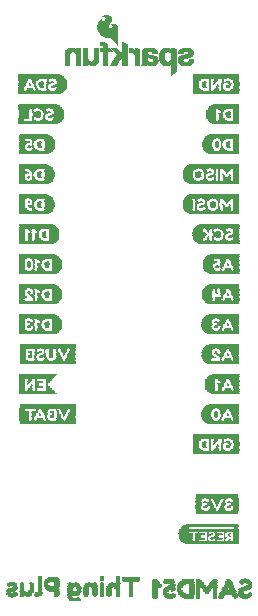
<source format=gbo>
G75*
%MOIN*%
%OFA0B0*%
%FSLAX25Y25*%
%IPPOS*%
%LPD*%
%AMOC8*
5,1,8,0,0,1.08239X$1,22.5*
%
%ADD10C,0.00300*%
%ADD11R,0.17638X0.00157*%
%ADD12R,0.18110X0.00157*%
%ADD13R,0.18425X0.00157*%
%ADD14R,0.18740X0.00157*%
%ADD15R,0.01732X0.00157*%
%ADD16R,0.02362X0.00157*%
%ADD17R,0.01575X0.00157*%
%ADD18R,0.02520X0.00157*%
%ADD19R,0.02677X0.00157*%
%ADD20R,0.02835X0.00157*%
%ADD21R,0.02992X0.00157*%
%ADD22R,0.19685X0.00157*%
%ADD23R,0.19843X0.00157*%
%ADD24R,0.01890X0.00157*%
%ADD25R,0.01260X0.00157*%
%ADD26R,0.00945X0.00157*%
%ADD27R,0.01102X0.00157*%
%ADD28R,0.00315X0.00157*%
%ADD29R,0.03150X0.00157*%
%ADD30R,0.00787X0.00157*%
%ADD31R,0.00630X0.00157*%
%ADD32R,0.03307X0.00157*%
%ADD33R,0.00472X0.00157*%
%ADD34R,0.01417X0.00157*%
%ADD35R,0.04409X0.00157*%
%ADD36R,0.02205X0.00157*%
%ADD37R,0.04567X0.00157*%
%ADD38R,0.03937X0.00157*%
%ADD39R,0.04252X0.00157*%
%ADD40R,0.02047X0.00157*%
%ADD41R,0.04094X0.00157*%
%ADD42R,0.00157X0.00157*%
%ADD43R,0.03780X0.00157*%
%ADD44R,0.03622X0.00157*%
%ADD45R,0.18898X0.00157*%
%ADD46R,0.14331X0.00157*%
%ADD47R,0.07087X0.00157*%
%ADD48R,0.03465X0.00157*%
%ADD49R,0.15276X0.00157*%
%ADD50R,0.11024X0.00157*%
%ADD51R,0.10079X0.00157*%
%ADD52R,0.10551X0.00157*%
%ADD53R,0.10866X0.00157*%
%ADD54R,0.11181X0.00157*%
%ADD55R,0.11339X0.00157*%
%ADD56R,0.11496X0.00157*%
%ADD57R,0.11654X0.00157*%
%ADD58R,0.07244X0.00157*%
%ADD59R,0.09134X0.00157*%
%ADD60R,0.09606X0.00157*%
%ADD61R,0.09921X0.00157*%
%ADD62R,0.10236X0.00157*%
%ADD63R,0.10394X0.00157*%
%ADD64R,0.10709X0.00157*%
%ADD65R,0.06772X0.00157*%
%ADD66R,0.04882X0.00157*%
%ADD67R,0.09764X0.00157*%
%ADD68R,0.04724X0.00157*%
%ADD69R,0.13228X0.00157*%
%ADD70R,0.13701X0.00157*%
%ADD71R,0.14016X0.00157*%
%ADD72R,0.14488X0.00157*%
%ADD73R,0.14646X0.00157*%
%ADD74R,0.14803X0.00157*%
%ADD75R,0.16378X0.00157*%
%ADD76R,0.16850X0.00157*%
%ADD77R,0.17165X0.00157*%
%ADD78R,0.17480X0.00157*%
%ADD79R,0.17795X0.00157*%
%ADD80R,0.17953X0.00157*%
%ADD81R,0.08346X0.00157*%
%ADD82R,0.05197X0.00157*%
%ADD83R,0.06929X0.00157*%
%ADD84R,0.08504X0.00157*%
%ADD85R,0.08976X0.00157*%
%ADD86R,0.09291X0.00157*%
%ADD87R,0.13858X0.00157*%
%ADD88R,0.14961X0.00157*%
%ADD89R,0.15118X0.00157*%
%ADD90R,0.15433X0.00157*%
%ADD91R,0.05354X0.00157*%
%ADD92R,0.12913X0.00157*%
%ADD93R,0.13386X0.00157*%
%ADD94R,0.14173X0.00157*%
%ADD95R,0.06142X0.00157*%
%ADD96R,0.09449X0.00157*%
%ADD97R,0.07717X0.00157*%
%ADD98R,0.11811X0.00157*%
%ADD99R,0.12126X0.00157*%
%ADD100R,0.12283X0.00157*%
%ADD101R,0.12441X0.00157*%
%ADD102R,0.12598X0.00157*%
%ADD103R,0.12756X0.00157*%
%ADD104R,0.11969X0.00157*%
%ADD105R,0.13071X0.00157*%
%ADD106R,0.13543X0.00157*%
%ADD107R,0.05827X0.00157*%
%ADD108R,0.06457X0.00157*%
%ADD109R,0.00984X0.00197*%
%ADD110R,0.02165X0.00197*%
%ADD111R,0.00787X0.00197*%
%ADD112R,0.01181X0.00197*%
%ADD113R,0.03150X0.00197*%
%ADD114R,0.02953X0.00197*%
%ADD115R,0.01378X0.00197*%
%ADD116R,0.01575X0.00197*%
%ADD117R,0.03937X0.00197*%
%ADD118R,0.03543X0.00197*%
%ADD119R,0.01772X0.00197*%
%ADD120R,0.04331X0.00197*%
%ADD121R,0.03740X0.00197*%
%ADD122R,0.01969X0.00197*%
%ADD123R,0.04528X0.00197*%
%ADD124R,0.04134X0.00197*%
%ADD125R,0.04724X0.00197*%
%ADD126R,0.04921X0.00197*%
%ADD127R,0.02362X0.00197*%
%ADD128R,0.05118X0.00197*%
%ADD129R,0.02559X0.00197*%
%ADD130R,0.05315X0.00197*%
%ADD131R,0.02756X0.00197*%
%ADD132R,0.03346X0.00197*%
%ADD133R,0.07087X0.00197*%
%ADD134R,0.01772X0.00236*%
%ADD135R,0.05118X0.00236*%
%ADD136R,0.01575X0.00236*%
%ADD137R,0.05512X0.00197*%
%ADD138R,0.00591X0.00197*%
%ADD139R,0.05709X0.00197*%
%ADD140R,0.00394X0.00197*%
%ADD141R,0.05906X0.00197*%
%ADD142R,0.04528X0.00236*%
%ADD143R,0.04134X0.00236*%
%ADD144R,0.02953X0.00236*%
%ADD145R,0.01378X0.00236*%
%ADD146R,0.03740X0.00236*%
%ADD147R,0.00197X0.00197*%
%ADD148R,0.06299X0.00197*%
%ADD149R,0.06102X0.00197*%
%ADD150R,0.04331X0.00236*%
%ADD151R,0.03346X0.00236*%
%ADD152R,0.02362X0.00236*%
%ADD153R,0.01969X0.00236*%
%ADD154R,0.03937X0.00236*%
D10*
X0209818Y0288394D02*
X0209975Y0288551D01*
X0210172Y0288748D01*
X0210369Y0288906D01*
X0210566Y0289063D01*
X0210762Y0289220D01*
X0210959Y0289417D01*
X0211117Y0289575D01*
X0211314Y0289732D01*
X0211314Y0297016D01*
X0211156Y0297055D01*
X0210959Y0297094D01*
X0210762Y0297094D01*
X0210605Y0297134D01*
X0210408Y0297173D01*
X0210251Y0297213D01*
X0210054Y0297252D01*
X0209857Y0297291D01*
X0209857Y0296583D01*
X0209699Y0296780D01*
X0209542Y0296937D01*
X0209345Y0297094D01*
X0209148Y0297213D01*
X0208951Y0297331D01*
X0208715Y0297370D01*
X0208479Y0297409D01*
X0208203Y0297409D01*
X0207613Y0297370D01*
X0207062Y0297173D01*
X0206629Y0296898D01*
X0206274Y0296504D01*
X0205999Y0296071D01*
X0205841Y0295559D01*
X0205723Y0295008D01*
X0205684Y0294417D01*
X0207219Y0294457D01*
X0207219Y0294811D01*
X0207259Y0295126D01*
X0207377Y0295441D01*
X0207495Y0295717D01*
X0207692Y0295953D01*
X0207928Y0296110D01*
X0208203Y0296228D01*
X0208558Y0296268D01*
X0208873Y0296228D01*
X0209188Y0296110D01*
X0209385Y0295953D01*
X0209581Y0295717D01*
X0209699Y0295441D01*
X0209818Y0295126D01*
X0209857Y0294811D01*
X0209857Y0294142D01*
X0209778Y0293827D01*
X0209699Y0293512D01*
X0209581Y0293236D01*
X0209385Y0293039D01*
X0209148Y0292843D01*
X0208873Y0292764D01*
X0208518Y0292724D01*
X0208203Y0292764D01*
X0207888Y0292843D01*
X0207652Y0293039D01*
X0207495Y0293236D01*
X0207377Y0293512D01*
X0206038Y0292882D01*
X0206274Y0292449D01*
X0206629Y0292094D01*
X0207062Y0291780D01*
X0207534Y0291622D01*
X0208125Y0291543D01*
X0208361Y0291583D01*
X0208597Y0291622D01*
X0208833Y0291661D01*
X0209070Y0291780D01*
X0209266Y0291898D01*
X0209463Y0292016D01*
X0209621Y0292213D01*
X0209778Y0292409D01*
X0209818Y0292409D01*
X0209818Y0288394D01*
X0209818Y0288659D02*
X0210083Y0288659D01*
X0209818Y0288958D02*
X0210434Y0288958D01*
X0210798Y0289256D02*
X0209818Y0289256D01*
X0209818Y0289555D02*
X0211097Y0289555D01*
X0211314Y0289853D02*
X0209818Y0289853D01*
X0209818Y0290152D02*
X0211314Y0290152D01*
X0211314Y0290450D02*
X0209818Y0290450D01*
X0209818Y0290749D02*
X0211314Y0290749D01*
X0211314Y0291048D02*
X0209818Y0291048D01*
X0209818Y0291346D02*
X0211314Y0291346D01*
X0211314Y0291645D02*
X0209818Y0291645D01*
X0209818Y0291943D02*
X0211314Y0291943D01*
X0211314Y0292242D02*
X0209818Y0292242D01*
X0209644Y0292242D02*
X0206482Y0292242D01*
X0206224Y0292540D02*
X0211314Y0292540D01*
X0211314Y0292839D02*
X0209134Y0292839D01*
X0209482Y0293137D02*
X0211314Y0293137D01*
X0211314Y0293436D02*
X0209667Y0293436D01*
X0209755Y0293734D02*
X0211314Y0293734D01*
X0211314Y0294033D02*
X0209830Y0294033D01*
X0209857Y0294331D02*
X0211314Y0294331D01*
X0211314Y0294630D02*
X0209857Y0294630D01*
X0209842Y0294928D02*
X0211314Y0294928D01*
X0211314Y0295227D02*
X0209780Y0295227D01*
X0209663Y0295525D02*
X0211314Y0295525D01*
X0211314Y0295824D02*
X0209492Y0295824D01*
X0209156Y0296122D02*
X0211314Y0296122D01*
X0211314Y0296421D02*
X0206221Y0296421D01*
X0206031Y0296122D02*
X0207956Y0296122D01*
X0207584Y0295824D02*
X0205923Y0295824D01*
X0205834Y0295525D02*
X0207413Y0295525D01*
X0207296Y0295227D02*
X0205770Y0295227D01*
X0205718Y0294928D02*
X0207234Y0294928D01*
X0207219Y0294630D02*
X0205698Y0294630D01*
X0205684Y0294417D02*
X0205723Y0293866D01*
X0205841Y0293354D01*
X0206038Y0292882D01*
X0207377Y0293512D01*
X0207259Y0293827D01*
X0207219Y0294142D01*
X0207219Y0294457D01*
X0205684Y0294417D01*
X0205690Y0294331D02*
X0207219Y0294331D01*
X0207233Y0294033D02*
X0205711Y0294033D01*
X0205754Y0293734D02*
X0207293Y0293734D01*
X0207215Y0293436D02*
X0207409Y0293436D01*
X0207215Y0293436D02*
X0205822Y0293436D01*
X0205932Y0293137D02*
X0206580Y0293137D01*
X0207574Y0293137D01*
X0207904Y0292839D02*
X0206062Y0292839D01*
X0205211Y0292839D02*
X0203575Y0292839D01*
X0203558Y0292803D02*
X0203479Y0292764D01*
X0203440Y0292724D01*
X0203361Y0292685D01*
X0203282Y0292646D01*
X0203203Y0292646D01*
X0203125Y0292606D01*
X0203046Y0292606D01*
X0202967Y0292567D01*
X0202770Y0292567D01*
X0202573Y0292606D01*
X0202377Y0292606D01*
X0202219Y0292685D01*
X0202062Y0292724D01*
X0201944Y0292803D01*
X0201865Y0292882D01*
X0201786Y0293000D01*
X0201707Y0293079D01*
X0201668Y0293197D01*
X0201629Y0293315D01*
X0201589Y0293394D01*
X0201550Y0293512D01*
X0201550Y0294417D01*
X0201589Y0294378D01*
X0201629Y0294339D01*
X0201707Y0294339D01*
X0201786Y0294299D01*
X0201865Y0294260D01*
X0201944Y0294260D01*
X0202022Y0294220D01*
X0202180Y0294220D01*
X0202377Y0295008D01*
X0202101Y0295087D01*
X0201865Y0295165D01*
X0201668Y0295283D01*
X0201550Y0295441D01*
X0201550Y0295874D01*
X0201589Y0295953D01*
X0201629Y0296031D01*
X0201668Y0296110D01*
X0201707Y0296150D01*
X0201747Y0296228D01*
X0201825Y0296268D01*
X0201904Y0296307D01*
X0201983Y0296346D01*
X0202062Y0296346D01*
X0202140Y0296386D01*
X0202849Y0296386D01*
X0202928Y0296346D01*
X0203007Y0296307D01*
X0203085Y0296268D01*
X0203164Y0296228D01*
X0203243Y0296189D01*
X0203282Y0296150D01*
X0203361Y0296071D01*
X0203400Y0296031D01*
X0203440Y0295953D01*
X0203479Y0295835D01*
X0203518Y0295756D01*
X0203518Y0295559D01*
X0205054Y0295559D01*
X0205014Y0295795D01*
X0204975Y0296031D01*
X0204896Y0296268D01*
X0204778Y0296425D01*
X0204660Y0296622D01*
X0204542Y0296780D01*
X0204385Y0296898D01*
X0204188Y0297016D01*
X0203991Y0297134D01*
X0203794Y0297213D01*
X0203597Y0297252D01*
X0203361Y0297331D01*
X0203125Y0297370D01*
X0202928Y0297409D01*
X0202022Y0297409D01*
X0201825Y0297370D01*
X0201589Y0297370D01*
X0201392Y0297331D01*
X0201196Y0297252D01*
X0200999Y0297213D01*
X0200802Y0297134D01*
X0200644Y0297016D01*
X0200487Y0296898D01*
X0200329Y0296780D01*
X0200211Y0296622D01*
X0200133Y0296465D01*
X0200054Y0296268D01*
X0200014Y0296071D01*
X0200014Y0292646D01*
X0199975Y0292567D01*
X0199975Y0292213D01*
X0199936Y0292134D01*
X0199936Y0292055D01*
X0199896Y0291976D01*
X0199896Y0291858D01*
X0199857Y0291780D01*
X0199818Y0291740D01*
X0199818Y0291701D01*
X0201353Y0291701D01*
X0201353Y0291740D01*
X0201392Y0291780D01*
X0201392Y0291819D01*
X0201432Y0291858D01*
X0201432Y0291976D01*
X0201471Y0292016D01*
X0201471Y0292252D01*
X0201550Y0292134D01*
X0201668Y0292055D01*
X0201747Y0291976D01*
X0201865Y0291898D01*
X0201983Y0291858D01*
X0202101Y0291780D01*
X0202219Y0291740D01*
X0202337Y0291701D01*
X0202455Y0291661D01*
X0202573Y0291622D01*
X0202692Y0291622D01*
X0202810Y0291583D01*
X0202967Y0291583D01*
X0203085Y0291543D01*
X0203518Y0291543D01*
X0203715Y0291583D01*
X0203912Y0291583D01*
X0204070Y0291622D01*
X0204266Y0291701D01*
X0204424Y0291780D01*
X0204542Y0291858D01*
X0204699Y0291937D01*
X0204818Y0292055D01*
X0204896Y0292173D01*
X0205014Y0292331D01*
X0205093Y0292449D01*
X0205133Y0292646D01*
X0205211Y0292803D01*
X0205211Y0293000D01*
X0205251Y0293197D01*
X0205172Y0293630D01*
X0205054Y0293984D01*
X0204896Y0294260D01*
X0204621Y0294496D01*
X0204345Y0294654D01*
X0204030Y0294772D01*
X0203715Y0294850D01*
X0203361Y0294890D01*
X0203046Y0294063D01*
X0203164Y0294024D01*
X0203243Y0293984D01*
X0203282Y0293945D01*
X0203361Y0293906D01*
X0203440Y0293866D01*
X0203479Y0293827D01*
X0203558Y0293787D01*
X0203597Y0293709D01*
X0203636Y0293630D01*
X0203676Y0293551D01*
X0203676Y0293472D01*
X0203715Y0293394D01*
X0203715Y0293197D01*
X0203676Y0293079D01*
X0203676Y0293000D01*
X0203636Y0292921D01*
X0203597Y0292882D01*
X0203558Y0292803D01*
X0203695Y0293137D02*
X0205239Y0293137D01*
X0205207Y0293436D02*
X0203694Y0293436D01*
X0203584Y0293734D02*
X0205137Y0293734D01*
X0205026Y0294033D02*
X0203137Y0294033D01*
X0203046Y0294063D02*
X0203361Y0294890D01*
X0203007Y0294929D01*
X0202652Y0294969D01*
X0202377Y0295008D01*
X0202180Y0294220D01*
X0202259Y0294181D01*
X0202337Y0294181D01*
X0202455Y0294142D01*
X0202613Y0294142D01*
X0202731Y0294102D01*
X0202888Y0294102D01*
X0202967Y0294063D01*
X0203046Y0294063D01*
X0203148Y0294331D02*
X0204813Y0294331D01*
X0204387Y0294630D02*
X0203262Y0294630D01*
X0202282Y0294630D01*
X0200014Y0294630D01*
X0200014Y0294928D02*
X0202357Y0294928D01*
X0203015Y0294928D01*
X0203148Y0294331D02*
X0202207Y0294331D01*
X0201722Y0294331D01*
X0201550Y0294331D02*
X0200014Y0294331D01*
X0200014Y0294033D02*
X0201550Y0294033D01*
X0201550Y0293734D02*
X0200014Y0293734D01*
X0200014Y0293436D02*
X0201575Y0293436D01*
X0201688Y0293137D02*
X0200014Y0293137D01*
X0200014Y0292839D02*
X0201908Y0292839D01*
X0201478Y0292242D02*
X0204948Y0292242D01*
X0205111Y0292540D02*
X0199975Y0292540D01*
X0199975Y0292242D02*
X0201471Y0292242D01*
X0201432Y0291943D02*
X0199896Y0291943D01*
X0199148Y0291943D02*
X0197613Y0291943D01*
X0197613Y0291701D02*
X0199148Y0291701D01*
X0199148Y0296346D01*
X0199148Y0297016D01*
X0198951Y0297055D01*
X0198794Y0297094D01*
X0198597Y0297094D01*
X0198400Y0297134D01*
X0198243Y0297173D01*
X0198046Y0297213D01*
X0197849Y0297252D01*
X0197692Y0297291D01*
X0197692Y0296228D01*
X0197534Y0296504D01*
X0197377Y0296701D01*
X0197180Y0296937D01*
X0196983Y0297094D01*
X0196707Y0297252D01*
X0196471Y0297331D01*
X0196196Y0297409D01*
X0195644Y0297409D01*
X0195605Y0297370D01*
X0195566Y0297370D01*
X0195566Y0295953D01*
X0195605Y0295953D01*
X0195684Y0295992D01*
X0196117Y0295992D01*
X0196510Y0295953D01*
X0196825Y0295874D01*
X0197101Y0295717D01*
X0197298Y0295480D01*
X0197455Y0295205D01*
X0197534Y0294929D01*
X0197613Y0294575D01*
X0197613Y0291701D01*
X0197613Y0292242D02*
X0199148Y0292242D01*
X0199148Y0292540D02*
X0197613Y0292540D01*
X0197613Y0292839D02*
X0199148Y0292839D01*
X0199148Y0293137D02*
X0197613Y0293137D01*
X0197613Y0293436D02*
X0199148Y0293436D01*
X0199148Y0293734D02*
X0197613Y0293734D01*
X0197613Y0294033D02*
X0199148Y0294033D01*
X0199148Y0294331D02*
X0197613Y0294331D01*
X0197601Y0294630D02*
X0199148Y0294630D01*
X0199148Y0294928D02*
X0197534Y0294928D01*
X0197443Y0295227D02*
X0199148Y0295227D01*
X0199148Y0295525D02*
X0197261Y0295525D01*
X0196914Y0295824D02*
X0199148Y0295824D01*
X0199148Y0296122D02*
X0195566Y0296122D01*
X0195566Y0296421D02*
X0197582Y0296421D01*
X0197692Y0296421D02*
X0199148Y0296421D01*
X0199148Y0296719D02*
X0197692Y0296719D01*
X0197692Y0297018D02*
X0199138Y0297018D01*
X0200115Y0296421D02*
X0204782Y0296421D01*
X0204945Y0296122D02*
X0203310Y0296122D01*
X0203484Y0295824D02*
X0205010Y0295824D01*
X0204587Y0296719D02*
X0200284Y0296719D01*
X0200647Y0297018D02*
X0204184Y0297018D01*
X0203404Y0297316D02*
X0201356Y0297316D01*
X0201680Y0296122D02*
X0200025Y0296122D01*
X0200014Y0295824D02*
X0201550Y0295824D01*
X0201550Y0295525D02*
X0200014Y0295525D01*
X0200014Y0295227D02*
X0201763Y0295227D01*
X0201797Y0291943D02*
X0204705Y0291943D01*
X0204126Y0291645D02*
X0202506Y0291645D01*
X0206837Y0291943D02*
X0209342Y0291943D01*
X0208732Y0291645D02*
X0207467Y0291645D01*
X0212022Y0293000D02*
X0212180Y0292567D01*
X0212416Y0292252D01*
X0212731Y0291976D01*
X0213125Y0291780D01*
X0213558Y0291661D01*
X0214030Y0291583D01*
X0214503Y0291543D01*
X0214975Y0291583D01*
X0215448Y0291661D01*
X0215881Y0291780D01*
X0216274Y0291976D01*
X0216589Y0292252D01*
X0216865Y0292606D01*
X0217022Y0293000D01*
X0217101Y0293512D01*
X0215841Y0293512D01*
X0215644Y0293512D01*
X0215644Y0293276D01*
X0215566Y0293079D01*
X0215448Y0292921D01*
X0215290Y0292803D01*
X0215133Y0292685D01*
X0214896Y0292646D01*
X0214699Y0292606D01*
X0214463Y0292567D01*
X0214306Y0292606D01*
X0214148Y0292606D01*
X0213991Y0292646D01*
X0213833Y0292724D01*
X0213676Y0292843D01*
X0213558Y0292961D01*
X0213518Y0293118D01*
X0213479Y0293276D01*
X0213518Y0293433D01*
X0213597Y0293591D01*
X0213755Y0293709D01*
X0213951Y0293827D01*
X0214188Y0293906D01*
X0214503Y0293984D01*
X0214818Y0294063D01*
X0215211Y0294142D01*
X0215566Y0294220D01*
X0215881Y0294339D01*
X0216156Y0294457D01*
X0216432Y0294614D01*
X0216668Y0294772D01*
X0216825Y0295008D01*
X0216944Y0295283D01*
X0216983Y0295638D01*
X0216944Y0296110D01*
X0216786Y0296504D01*
X0216510Y0296819D01*
X0216235Y0297055D01*
X0215841Y0297252D01*
X0215448Y0297331D01*
X0215014Y0297409D01*
X0214109Y0297409D01*
X0213676Y0297331D01*
X0213282Y0297213D01*
X0212928Y0297055D01*
X0212613Y0296819D01*
X0212377Y0296504D01*
X0212180Y0296110D01*
X0212101Y0295638D01*
X0213558Y0295638D01*
X0213597Y0295835D01*
X0213676Y0296031D01*
X0213755Y0296150D01*
X0213873Y0296228D01*
X0214030Y0296307D01*
X0214227Y0296386D01*
X0214896Y0296386D01*
X0215014Y0296346D01*
X0215172Y0296307D01*
X0215290Y0296268D01*
X0215369Y0296150D01*
X0215448Y0296031D01*
X0215448Y0295874D01*
X0215408Y0295717D01*
X0215290Y0295559D01*
X0215133Y0295441D01*
X0214896Y0295323D01*
X0214660Y0295244D01*
X0214345Y0295205D01*
X0214030Y0295126D01*
X0213715Y0295047D01*
X0213400Y0294969D01*
X0213046Y0294890D01*
X0212770Y0294732D01*
X0212495Y0294575D01*
X0212259Y0294378D01*
X0212101Y0294142D01*
X0211983Y0293866D01*
X0211944Y0293512D01*
X0212022Y0293000D01*
X0212001Y0293137D02*
X0213514Y0293137D01*
X0213520Y0293436D02*
X0211955Y0293436D01*
X0211968Y0293734D02*
X0213797Y0293734D01*
X0213681Y0292839D02*
X0212081Y0292839D01*
X0212200Y0292540D02*
X0216813Y0292540D01*
X0216958Y0292839D02*
X0215337Y0292839D01*
X0215589Y0293137D02*
X0217043Y0293137D01*
X0217089Y0293436D02*
X0215644Y0293436D01*
X0215861Y0294331D02*
X0212227Y0294331D01*
X0212054Y0294033D02*
X0214696Y0294033D01*
X0214521Y0295227D02*
X0216919Y0295227D01*
X0216970Y0295525D02*
X0215245Y0295525D01*
X0215435Y0295824D02*
X0216967Y0295824D01*
X0216939Y0296122D02*
X0215387Y0296122D01*
X0215520Y0297316D02*
X0213628Y0297316D01*
X0212878Y0297018D02*
X0216279Y0297018D01*
X0216598Y0296719D02*
X0212538Y0296719D01*
X0212335Y0296421D02*
X0216819Y0296421D01*
X0216772Y0294928D02*
X0213219Y0294928D01*
X0212591Y0294630D02*
X0216455Y0294630D01*
X0216577Y0292242D02*
X0212428Y0292242D01*
X0212798Y0291943D02*
X0216208Y0291943D01*
X0215346Y0291645D02*
X0213659Y0291645D01*
X0213595Y0295824D02*
X0212132Y0295824D01*
X0212186Y0296122D02*
X0213736Y0296122D01*
X0211314Y0296719D02*
X0209857Y0296719D01*
X0209748Y0296719D02*
X0206468Y0296719D01*
X0206817Y0297018D02*
X0209441Y0297018D01*
X0209857Y0297018D02*
X0211306Y0297018D01*
X0208976Y0297316D02*
X0207462Y0297316D01*
X0197361Y0296719D02*
X0195566Y0296719D01*
X0195566Y0297018D02*
X0197079Y0297018D01*
X0196515Y0297316D02*
X0195566Y0297316D01*
X0194975Y0297316D02*
X0193440Y0297316D01*
X0193440Y0297018D02*
X0194975Y0297018D01*
X0194975Y0296719D02*
X0193440Y0296719D01*
X0193440Y0296421D02*
X0194975Y0296421D01*
X0194975Y0296122D02*
X0193440Y0296122D01*
X0193440Y0295824D02*
X0194975Y0295824D01*
X0194975Y0295525D02*
X0193440Y0295525D01*
X0193207Y0295525D02*
X0191500Y0295525D01*
X0191786Y0295244D02*
X0189463Y0291701D01*
X0191314Y0291701D01*
X0192849Y0294181D01*
X0193440Y0293630D01*
X0193440Y0291701D01*
X0194975Y0291701D01*
X0194975Y0298551D01*
X0193440Y0299378D01*
X0193440Y0295283D01*
X0191510Y0297291D01*
X0189699Y0297291D01*
X0191786Y0295244D01*
X0191775Y0295227D02*
X0194975Y0295227D01*
X0194975Y0294928D02*
X0191579Y0294928D01*
X0191383Y0294630D02*
X0194975Y0294630D01*
X0194975Y0294331D02*
X0191188Y0294331D01*
X0190992Y0294033D02*
X0192757Y0294033D01*
X0193008Y0294033D02*
X0194975Y0294033D01*
X0194975Y0293734D02*
X0193328Y0293734D01*
X0193440Y0293436D02*
X0194975Y0293436D01*
X0194975Y0293137D02*
X0193440Y0293137D01*
X0193440Y0292839D02*
X0194975Y0292839D01*
X0194975Y0292540D02*
X0193440Y0292540D01*
X0193440Y0292242D02*
X0194975Y0292242D01*
X0194975Y0291943D02*
X0193440Y0291943D01*
X0192018Y0292839D02*
X0190209Y0292839D01*
X0190405Y0293137D02*
X0192203Y0293137D01*
X0192388Y0293436D02*
X0190601Y0293436D01*
X0190796Y0293734D02*
X0192572Y0293734D01*
X0191833Y0292540D02*
X0190013Y0292540D01*
X0189818Y0292242D02*
X0191648Y0292242D01*
X0191464Y0291943D02*
X0189622Y0291943D01*
X0188518Y0291943D02*
X0187022Y0291943D01*
X0187022Y0291701D02*
X0188518Y0291701D01*
X0188518Y0295677D01*
X0188518Y0296268D01*
X0190054Y0296268D01*
X0189896Y0296386D01*
X0189778Y0296504D01*
X0189660Y0296622D01*
X0189503Y0296780D01*
X0189385Y0296898D01*
X0189266Y0297016D01*
X0189109Y0297134D01*
X0188991Y0297291D01*
X0188518Y0297291D01*
X0188518Y0298079D01*
X0188400Y0298394D01*
X0188282Y0298669D01*
X0188085Y0298906D01*
X0187810Y0299102D01*
X0187495Y0299260D01*
X0187101Y0299378D01*
X0185959Y0299378D01*
X0185881Y0299339D01*
X0185881Y0298236D01*
X0186550Y0298236D01*
X0186707Y0298197D01*
X0186786Y0298157D01*
X0186865Y0298118D01*
X0186944Y0298000D01*
X0186983Y0297921D01*
X0186983Y0297764D01*
X0187022Y0297606D01*
X0187022Y0297291D01*
X0185959Y0297291D01*
X0185959Y0296268D01*
X0187022Y0296268D01*
X0187022Y0291701D01*
X0187022Y0292242D02*
X0188518Y0292242D01*
X0188518Y0292540D02*
X0187022Y0292540D01*
X0187022Y0292839D02*
X0188518Y0292839D01*
X0188518Y0293137D02*
X0187022Y0293137D01*
X0187022Y0293436D02*
X0188518Y0293436D01*
X0188518Y0293734D02*
X0187022Y0293734D01*
X0187022Y0294033D02*
X0188518Y0294033D01*
X0188518Y0294331D02*
X0187022Y0294331D01*
X0187022Y0294630D02*
X0188518Y0294630D01*
X0188518Y0294928D02*
X0187022Y0294928D01*
X0187022Y0295227D02*
X0188518Y0295227D01*
X0188518Y0295525D02*
X0187022Y0295525D01*
X0187022Y0295824D02*
X0188518Y0295824D01*
X0188518Y0296122D02*
X0187022Y0296122D01*
X0185959Y0296421D02*
X0189861Y0296421D01*
X0189563Y0296719D02*
X0185959Y0296719D01*
X0185959Y0297018D02*
X0189264Y0297018D01*
X0189978Y0297018D02*
X0191773Y0297018D01*
X0192060Y0296719D02*
X0190283Y0296719D01*
X0190587Y0296421D02*
X0192347Y0296421D01*
X0192634Y0296122D02*
X0190891Y0296122D01*
X0191195Y0295824D02*
X0192921Y0295824D01*
X0193440Y0297615D02*
X0194975Y0297615D01*
X0194975Y0297913D02*
X0193440Y0297913D01*
X0193440Y0298212D02*
X0194975Y0298212D01*
X0194975Y0298510D02*
X0193440Y0298510D01*
X0193440Y0298809D02*
X0194497Y0298809D01*
X0193942Y0299107D02*
X0193440Y0299107D01*
X0191825Y0299107D02*
X0191205Y0299107D01*
X0191274Y0299024D02*
X0191077Y0299260D01*
X0190841Y0299496D01*
X0190644Y0299772D01*
X0190369Y0300047D01*
X0190133Y0300283D01*
X0189936Y0300520D01*
X0189739Y0300677D01*
X0189542Y0300835D01*
X0189345Y0300953D01*
X0189109Y0300992D01*
X0188361Y0300992D01*
X0187888Y0301071D01*
X0187455Y0301189D01*
X0187062Y0301346D01*
X0186668Y0301583D01*
X0186353Y0301858D01*
X0186038Y0302173D01*
X0185762Y0302528D01*
X0185369Y0303236D01*
X0185172Y0303945D01*
X0185133Y0304654D01*
X0185251Y0305283D01*
X0185448Y0305835D01*
X0185723Y0306307D01*
X0186038Y0306661D01*
X0186353Y0306819D01*
X0186353Y0306504D01*
X0186392Y0306386D01*
X0186432Y0306268D01*
X0186550Y0306189D01*
X0186668Y0306150D01*
X0186944Y0306150D01*
X0187101Y0306228D01*
X0187259Y0306307D01*
X0187377Y0306386D01*
X0187534Y0306504D01*
X0187652Y0306583D01*
X0187770Y0306701D01*
X0187849Y0306858D01*
X0187928Y0306976D01*
X0187967Y0307134D01*
X0188007Y0307252D01*
X0187967Y0307370D01*
X0187928Y0307449D01*
X0187888Y0307567D01*
X0187810Y0307685D01*
X0187652Y0307803D01*
X0187495Y0307882D01*
X0187298Y0307921D01*
X0187140Y0307961D01*
X0187022Y0307961D01*
X0186904Y0307921D01*
X0186786Y0307921D01*
X0186825Y0307961D01*
X0186983Y0308079D01*
X0187219Y0308197D01*
X0187534Y0308315D01*
X0187888Y0308433D01*
X0188282Y0308433D01*
X0188715Y0308354D01*
X0189148Y0308118D01*
X0189503Y0307803D01*
X0189699Y0307528D01*
X0189818Y0307173D01*
X0189818Y0306858D01*
X0189739Y0306504D01*
X0189542Y0306150D01*
X0189266Y0305835D01*
X0188951Y0305480D01*
X0188676Y0305165D01*
X0188558Y0304890D01*
X0188558Y0304614D01*
X0188636Y0304378D01*
X0188794Y0304181D01*
X0189030Y0304024D01*
X0189345Y0303945D01*
X0189660Y0303945D01*
X0189857Y0303984D01*
X0190054Y0304063D01*
X0190172Y0304142D01*
X0190290Y0304260D01*
X0190369Y0304417D01*
X0190408Y0304535D01*
X0190408Y0304654D01*
X0190369Y0304772D01*
X0190290Y0304890D01*
X0190211Y0304969D01*
X0190133Y0305047D01*
X0190014Y0305087D01*
X0189936Y0305126D01*
X0189857Y0305165D01*
X0189818Y0305205D01*
X0189896Y0305244D01*
X0189975Y0305244D01*
X0190133Y0305283D01*
X0190448Y0305283D01*
X0190684Y0305244D01*
X0190881Y0305165D01*
X0191077Y0305087D01*
X0191235Y0304969D01*
X0191432Y0304850D01*
X0191550Y0304654D01*
X0191668Y0304417D01*
X0191747Y0304181D01*
X0191786Y0303827D01*
X0191825Y0303472D01*
X0191825Y0298433D01*
X0191786Y0298433D01*
X0191707Y0298551D01*
X0191589Y0298669D01*
X0191471Y0298827D01*
X0191274Y0299024D01*
X0191485Y0298809D02*
X0191825Y0298809D01*
X0191825Y0298510D02*
X0191735Y0298510D01*
X0191825Y0299406D02*
X0190931Y0299406D01*
X0190692Y0299704D02*
X0191825Y0299704D01*
X0191825Y0300003D02*
X0190413Y0300003D01*
X0190118Y0300301D02*
X0191825Y0300301D01*
X0191825Y0300600D02*
X0189835Y0300600D01*
X0189436Y0300898D02*
X0191825Y0300898D01*
X0191825Y0301197D02*
X0187436Y0301197D01*
X0186813Y0301495D02*
X0191825Y0301495D01*
X0191825Y0301794D02*
X0186427Y0301794D01*
X0186119Y0302092D02*
X0191825Y0302092D01*
X0191825Y0302391D02*
X0185869Y0302391D01*
X0185673Y0302689D02*
X0191825Y0302689D01*
X0191825Y0302988D02*
X0185507Y0302988D01*
X0185355Y0303286D02*
X0191825Y0303286D01*
X0191813Y0303585D02*
X0185272Y0303585D01*
X0185189Y0303883D02*
X0191780Y0303883D01*
X0191746Y0304182D02*
X0190212Y0304182D01*
X0190390Y0304481D02*
X0191636Y0304481D01*
X0191475Y0304779D02*
X0190364Y0304779D01*
X0190042Y0305078D02*
X0191090Y0305078D01*
X0189610Y0306272D02*
X0187188Y0306272D01*
X0187633Y0306570D02*
X0189754Y0306570D01*
X0189818Y0306869D02*
X0187856Y0306869D01*
X0187978Y0307167D02*
X0189818Y0307167D01*
X0189720Y0307466D02*
X0187922Y0307466D01*
X0187704Y0307764D02*
X0189530Y0307764D01*
X0189211Y0308063D02*
X0186961Y0308063D01*
X0187673Y0308361D02*
X0188678Y0308361D01*
X0189388Y0305973D02*
X0185528Y0305973D01*
X0185390Y0305675D02*
X0189124Y0305675D01*
X0188860Y0305376D02*
X0185284Y0305376D01*
X0185212Y0305078D02*
X0188638Y0305078D01*
X0188558Y0304779D02*
X0185156Y0304779D01*
X0185142Y0304481D02*
X0188602Y0304481D01*
X0188793Y0304182D02*
X0185159Y0304182D01*
X0185702Y0306272D02*
X0186430Y0306272D01*
X0186353Y0306570D02*
X0185957Y0306570D01*
X0185881Y0299107D02*
X0187800Y0299107D01*
X0188166Y0298809D02*
X0185881Y0298809D01*
X0185881Y0298510D02*
X0188350Y0298510D01*
X0188468Y0298212D02*
X0186648Y0298212D01*
X0186983Y0297913D02*
X0188518Y0297913D01*
X0188518Y0297615D02*
X0187020Y0297615D01*
X0187022Y0297316D02*
X0188518Y0297316D01*
X0185487Y0297291D02*
X0185487Y0293354D01*
X0185408Y0292921D01*
X0185290Y0292528D01*
X0185093Y0292173D01*
X0184818Y0291937D01*
X0184463Y0291740D01*
X0184030Y0291583D01*
X0183479Y0291543D01*
X0183243Y0291583D01*
X0182967Y0291622D01*
X0182731Y0291701D01*
X0182534Y0291780D01*
X0182298Y0291898D01*
X0182101Y0292055D01*
X0181944Y0292252D01*
X0181786Y0292488D01*
X0181747Y0292488D01*
X0181747Y0291701D01*
X0180290Y0291701D01*
X0180290Y0292409D01*
X0180290Y0297291D01*
X0181825Y0297291D01*
X0181825Y0293945D01*
X0181865Y0293630D01*
X0181983Y0293354D01*
X0182101Y0293118D01*
X0182259Y0292961D01*
X0182455Y0292843D01*
X0182692Y0292803D01*
X0183007Y0292764D01*
X0183243Y0292803D01*
X0183440Y0292843D01*
X0183636Y0292961D01*
X0183755Y0293118D01*
X0183873Y0293276D01*
X0183912Y0293512D01*
X0183951Y0293827D01*
X0183991Y0294142D01*
X0183991Y0297291D01*
X0185487Y0297291D01*
X0185487Y0297018D02*
X0183991Y0297018D01*
X0183991Y0296719D02*
X0185487Y0296719D01*
X0185487Y0296421D02*
X0183991Y0296421D01*
X0183991Y0296122D02*
X0185487Y0296122D01*
X0185487Y0295824D02*
X0183991Y0295824D01*
X0183991Y0295525D02*
X0185487Y0295525D01*
X0185487Y0295227D02*
X0183991Y0295227D01*
X0183991Y0294928D02*
X0185487Y0294928D01*
X0185487Y0294630D02*
X0183991Y0294630D01*
X0183991Y0294331D02*
X0185487Y0294331D01*
X0185487Y0294033D02*
X0183977Y0294033D01*
X0183940Y0293734D02*
X0185487Y0293734D01*
X0185487Y0293436D02*
X0183899Y0293436D01*
X0183769Y0293137D02*
X0185447Y0293137D01*
X0185383Y0292839D02*
X0183420Y0292839D01*
X0182479Y0292839D02*
X0180290Y0292839D01*
X0180290Y0293137D02*
X0182092Y0293137D01*
X0181948Y0293436D02*
X0180290Y0293436D01*
X0180290Y0293734D02*
X0181852Y0293734D01*
X0181825Y0294033D02*
X0180290Y0294033D01*
X0180290Y0294331D02*
X0181825Y0294331D01*
X0181825Y0294630D02*
X0180290Y0294630D01*
X0180290Y0294928D02*
X0181825Y0294928D01*
X0181825Y0295227D02*
X0180290Y0295227D01*
X0180290Y0295525D02*
X0181825Y0295525D01*
X0181825Y0295824D02*
X0180290Y0295824D01*
X0180290Y0296122D02*
X0181825Y0296122D01*
X0181825Y0296421D02*
X0180290Y0296421D01*
X0180290Y0296719D02*
X0181825Y0296719D01*
X0181825Y0297018D02*
X0180290Y0297018D01*
X0179463Y0297018D02*
X0178007Y0297018D01*
X0178007Y0297291D02*
X0178007Y0296504D01*
X0177967Y0296504D01*
X0177810Y0296740D01*
X0177652Y0296898D01*
X0177455Y0297055D01*
X0177219Y0297213D01*
X0176983Y0297291D01*
X0176747Y0297370D01*
X0176510Y0297409D01*
X0176274Y0297409D01*
X0175723Y0297370D01*
X0175290Y0297252D01*
X0174936Y0297055D01*
X0174660Y0296780D01*
X0174463Y0296465D01*
X0174345Y0296071D01*
X0174266Y0295638D01*
X0174227Y0295126D01*
X0174227Y0291701D01*
X0175762Y0291701D01*
X0175762Y0294850D01*
X0175802Y0295165D01*
X0175841Y0295441D01*
X0175881Y0295677D01*
X0175999Y0295874D01*
X0176117Y0296031D01*
X0176314Y0296150D01*
X0176510Y0296189D01*
X0176747Y0296228D01*
X0177062Y0296189D01*
X0177298Y0296150D01*
X0177495Y0296031D01*
X0177652Y0295835D01*
X0177770Y0295638D01*
X0177888Y0295362D01*
X0177928Y0295008D01*
X0177928Y0291701D01*
X0179463Y0291701D01*
X0179463Y0296583D01*
X0179463Y0297291D01*
X0178007Y0297291D01*
X0178007Y0296719D02*
X0179463Y0296719D01*
X0179463Y0296421D02*
X0174450Y0296421D01*
X0174361Y0296122D02*
X0176268Y0296122D01*
X0175968Y0295824D02*
X0174300Y0295824D01*
X0174258Y0295525D02*
X0175855Y0295525D01*
X0175811Y0295227D02*
X0174235Y0295227D01*
X0174227Y0294928D02*
X0175772Y0294928D01*
X0175762Y0294630D02*
X0174227Y0294630D01*
X0174227Y0294331D02*
X0175762Y0294331D01*
X0175762Y0294033D02*
X0174227Y0294033D01*
X0174227Y0293734D02*
X0175762Y0293734D01*
X0175762Y0293436D02*
X0174227Y0293436D01*
X0174227Y0293137D02*
X0175762Y0293137D01*
X0175762Y0292839D02*
X0174227Y0292839D01*
X0174227Y0292540D02*
X0175762Y0292540D01*
X0175762Y0292242D02*
X0174227Y0292242D01*
X0174227Y0291943D02*
X0175762Y0291943D01*
X0177928Y0291943D02*
X0179463Y0291943D01*
X0179463Y0292242D02*
X0177928Y0292242D01*
X0177928Y0292540D02*
X0179463Y0292540D01*
X0179463Y0292839D02*
X0177928Y0292839D01*
X0177928Y0293137D02*
X0179463Y0293137D01*
X0179463Y0293436D02*
X0177928Y0293436D01*
X0177928Y0293734D02*
X0179463Y0293734D01*
X0179463Y0294033D02*
X0177928Y0294033D01*
X0177928Y0294331D02*
X0179463Y0294331D01*
X0179463Y0294630D02*
X0177928Y0294630D01*
X0177928Y0294928D02*
X0179463Y0294928D01*
X0179463Y0295227D02*
X0177904Y0295227D01*
X0177819Y0295525D02*
X0179463Y0295525D01*
X0179463Y0295824D02*
X0177659Y0295824D01*
X0177344Y0296122D02*
X0179463Y0296122D01*
X0177824Y0296719D02*
X0174622Y0296719D01*
X0174898Y0297018D02*
X0177502Y0297018D01*
X0176908Y0297316D02*
X0175526Y0297316D01*
X0180290Y0292540D02*
X0185294Y0292540D01*
X0185131Y0292242D02*
X0181952Y0292242D01*
X0181747Y0292242D02*
X0180290Y0292242D01*
X0180290Y0291943D02*
X0181747Y0291943D01*
X0182241Y0291943D02*
X0184825Y0291943D01*
X0184200Y0291645D02*
X0182900Y0291645D01*
D11*
X0223467Y0257520D03*
X0223467Y0252480D03*
X0223467Y0247520D03*
X0223467Y0242480D03*
X0223495Y0138150D03*
X0223495Y0131850D03*
D12*
X0223259Y0132008D03*
X0223259Y0137992D03*
D13*
X0223101Y0137835D03*
X0223101Y0132165D03*
X0168573Y0191850D03*
X0168573Y0192008D03*
X0168573Y0192165D03*
X0168573Y0192323D03*
X0168573Y0192480D03*
X0168573Y0192638D03*
X0168573Y0192795D03*
X0168573Y0197205D03*
X0168573Y0197362D03*
X0168573Y0197520D03*
X0168573Y0197677D03*
X0168573Y0197835D03*
X0168573Y0197992D03*
X0168573Y0198150D03*
D14*
X0168573Y0178150D03*
X0168573Y0177992D03*
X0168573Y0177835D03*
X0168573Y0177677D03*
X0168573Y0177520D03*
X0168573Y0177362D03*
X0168573Y0177205D03*
X0168573Y0172795D03*
X0168573Y0172638D03*
X0168573Y0172480D03*
X0168573Y0172323D03*
X0168573Y0172165D03*
X0168573Y0172008D03*
X0168573Y0171850D03*
X0222944Y0137677D03*
X0222944Y0132323D03*
D15*
X0218377Y0132638D03*
X0231448Y0136732D03*
X0231448Y0137520D03*
X0231420Y0143583D03*
X0231420Y0143740D03*
X0231420Y0143898D03*
X0231420Y0144055D03*
X0231420Y0144213D03*
X0226696Y0143740D03*
X0226696Y0143583D03*
X0225121Y0146102D03*
X0223546Y0143740D03*
X0223546Y0143583D03*
X0218822Y0143583D03*
X0218822Y0143740D03*
X0218822Y0143898D03*
X0218822Y0144055D03*
X0218822Y0144213D03*
X0218822Y0144370D03*
X0218822Y0144528D03*
X0218822Y0145630D03*
X0218822Y0145787D03*
X0218822Y0145945D03*
X0218822Y0146102D03*
X0224806Y0163110D03*
X0218034Y0164370D03*
X0218034Y0164528D03*
X0218034Y0164685D03*
X0218034Y0164843D03*
X0218034Y0165000D03*
X0218034Y0165157D03*
X0218034Y0165315D03*
X0218034Y0165472D03*
X0218034Y0165630D03*
X0231577Y0165472D03*
X0231577Y0165315D03*
X0231577Y0165157D03*
X0231577Y0165000D03*
X0231577Y0164843D03*
X0231577Y0164685D03*
X0231577Y0164528D03*
X0231420Y0173110D03*
X0231420Y0173425D03*
X0231420Y0173583D03*
X0228585Y0173583D03*
X0228585Y0183583D03*
X0226223Y0184370D03*
X0226223Y0184528D03*
X0227010Y0186102D03*
X0231577Y0183425D03*
X0231577Y0183268D03*
X0231420Y0193110D03*
X0231420Y0193425D03*
X0231420Y0193583D03*
X0228585Y0193583D03*
X0226223Y0194528D03*
X0227010Y0196102D03*
X0227010Y0196260D03*
X0228585Y0203583D03*
X0226853Y0205787D03*
X0226853Y0205945D03*
X0227010Y0206102D03*
X0231420Y0203583D03*
X0231420Y0203425D03*
X0231420Y0203110D03*
X0231577Y0213110D03*
X0231577Y0213268D03*
X0231577Y0213425D03*
X0231577Y0213583D03*
X0228743Y0213583D03*
X0227010Y0215787D03*
X0227010Y0215945D03*
X0227010Y0216102D03*
X0231577Y0223110D03*
X0231577Y0223268D03*
X0231577Y0223425D03*
X0227010Y0225945D03*
X0227010Y0226102D03*
X0231577Y0233740D03*
X0227168Y0236732D03*
X0225278Y0242953D03*
X0221656Y0243110D03*
X0221656Y0246732D03*
X0225278Y0246890D03*
X0228270Y0246260D03*
X0231420Y0246260D03*
X0231420Y0246417D03*
X0231420Y0246575D03*
X0231420Y0246732D03*
X0231420Y0246102D03*
X0231420Y0245945D03*
X0231420Y0245787D03*
X0231420Y0245630D03*
X0231420Y0245472D03*
X0231420Y0245315D03*
X0231420Y0245157D03*
X0231420Y0245000D03*
X0231420Y0244843D03*
X0231420Y0244685D03*
X0231420Y0244528D03*
X0231420Y0244370D03*
X0231420Y0244213D03*
X0231420Y0244055D03*
X0231420Y0243898D03*
X0231420Y0243740D03*
X0231420Y0243583D03*
X0231420Y0243425D03*
X0231420Y0243268D03*
X0231420Y0253268D03*
X0231420Y0253425D03*
X0231420Y0253583D03*
X0231420Y0253740D03*
X0231420Y0253898D03*
X0231420Y0254055D03*
X0231420Y0254213D03*
X0231420Y0254370D03*
X0231420Y0254528D03*
X0231420Y0254685D03*
X0231420Y0254843D03*
X0231420Y0255000D03*
X0231420Y0255157D03*
X0231420Y0255315D03*
X0231420Y0255472D03*
X0231420Y0255630D03*
X0231420Y0255787D03*
X0231420Y0255945D03*
X0231420Y0256102D03*
X0231420Y0256260D03*
X0231420Y0256417D03*
X0231420Y0256575D03*
X0231420Y0256732D03*
X0228270Y0256260D03*
X0218822Y0255630D03*
X0218822Y0254213D03*
X0226538Y0273740D03*
X0228743Y0274843D03*
X0228743Y0275000D03*
X0228743Y0275157D03*
X0231420Y0275157D03*
X0231420Y0275000D03*
X0231420Y0274843D03*
X0231420Y0274685D03*
X0231420Y0274528D03*
X0231420Y0274370D03*
X0231420Y0274213D03*
X0231420Y0274055D03*
X0231420Y0273898D03*
X0231420Y0273740D03*
X0231420Y0273583D03*
X0231420Y0273425D03*
X0231420Y0273268D03*
X0231420Y0273110D03*
X0231420Y0275315D03*
X0231420Y0275472D03*
X0231420Y0275630D03*
X0231420Y0275787D03*
X0231420Y0275945D03*
X0231420Y0276102D03*
X0231420Y0276260D03*
X0231420Y0276417D03*
X0231420Y0276575D03*
X0231420Y0276732D03*
X0231420Y0276890D03*
X0224806Y0283110D03*
X0218034Y0284370D03*
X0218034Y0284528D03*
X0218034Y0284685D03*
X0218034Y0284843D03*
X0218034Y0285000D03*
X0218034Y0285157D03*
X0218034Y0285315D03*
X0218034Y0285472D03*
X0218034Y0285630D03*
X0231577Y0285472D03*
X0231577Y0285315D03*
X0231577Y0285157D03*
X0231577Y0285000D03*
X0231577Y0284843D03*
X0231577Y0284685D03*
X0231577Y0284528D03*
X0167168Y0276732D03*
X0159609Y0273583D03*
X0159609Y0273425D03*
X0159609Y0273268D03*
X0159609Y0273110D03*
X0164168Y0266732D03*
X0164168Y0263110D03*
X0160073Y0263898D03*
X0160073Y0264055D03*
X0160073Y0264213D03*
X0160073Y0264370D03*
X0160073Y0264528D03*
X0163696Y0256417D03*
X0159916Y0254528D03*
X0159916Y0254370D03*
X0159916Y0254213D03*
X0159916Y0254055D03*
X0159916Y0253898D03*
X0159916Y0253740D03*
X0159916Y0246102D03*
X0159916Y0245945D03*
X0159916Y0245787D03*
X0159916Y0245630D03*
X0159916Y0245472D03*
X0159916Y0245315D03*
X0159916Y0245157D03*
X0159916Y0245000D03*
X0159916Y0244843D03*
X0159916Y0244685D03*
X0163223Y0244055D03*
X0164010Y0246732D03*
X0165353Y0236575D03*
X0165196Y0233583D03*
X0168243Y0225157D03*
X0168243Y0225000D03*
X0168243Y0224843D03*
X0166038Y0223740D03*
X0159896Y0224055D03*
X0159896Y0224213D03*
X0159896Y0224370D03*
X0159896Y0224528D03*
X0159896Y0224685D03*
X0159896Y0224843D03*
X0159896Y0225000D03*
X0159896Y0225157D03*
X0159896Y0225315D03*
X0159896Y0225472D03*
X0159896Y0225630D03*
X0159896Y0225787D03*
X0159896Y0215787D03*
X0159896Y0215630D03*
X0159896Y0215472D03*
X0159896Y0215315D03*
X0159896Y0213740D03*
X0159896Y0212953D03*
X0166038Y0213740D03*
X0168243Y0214843D03*
X0168243Y0215000D03*
X0168243Y0215157D03*
X0168243Y0205157D03*
X0168243Y0205000D03*
X0168243Y0204843D03*
X0166038Y0203740D03*
X0159896Y0203740D03*
X0159896Y0203583D03*
X0159896Y0203898D03*
X0159896Y0204055D03*
X0159896Y0204213D03*
X0159896Y0204370D03*
X0159896Y0204528D03*
X0159896Y0205630D03*
X0159896Y0205787D03*
X0159896Y0205945D03*
X0159896Y0206102D03*
X0160227Y0195787D03*
X0160227Y0194685D03*
X0160227Y0194528D03*
X0160227Y0194370D03*
X0160227Y0194213D03*
X0160227Y0194055D03*
X0160227Y0193898D03*
X0160227Y0193740D03*
X0166999Y0194528D03*
X0174085Y0196102D03*
X0176920Y0196260D03*
X0176920Y0196417D03*
X0176920Y0196732D03*
X0168920Y0186417D03*
X0168920Y0183583D03*
X0177077Y0176732D03*
X0177077Y0176575D03*
X0177077Y0176417D03*
X0174085Y0176260D03*
X0174085Y0176102D03*
X0172510Y0173740D03*
X0172510Y0173583D03*
X0167629Y0176102D03*
X0166054Y0173583D03*
X0164164Y0175472D03*
X0164164Y0175630D03*
X0160070Y0176417D03*
X0160070Y0176575D03*
X0160070Y0176732D03*
X0160070Y0176890D03*
X0165333Y0282953D03*
X0166436Y0284843D03*
X0166436Y0285000D03*
X0166436Y0285157D03*
X0164231Y0286260D03*
X0162656Y0283583D03*
X0159664Y0283425D03*
X0159664Y0283268D03*
X0159664Y0283110D03*
D16*
X0159979Y0284528D03*
X0159979Y0284685D03*
X0162656Y0282953D03*
X0169428Y0285787D03*
X0167168Y0276890D03*
X0168428Y0275787D03*
X0160388Y0265315D03*
X0164325Y0262953D03*
X0163696Y0256732D03*
X0160231Y0255157D03*
X0160231Y0246890D03*
X0160231Y0243583D03*
X0165353Y0233110D03*
X0166353Y0226732D03*
X0166353Y0223110D03*
X0160211Y0223110D03*
X0160211Y0216732D03*
X0160211Y0214370D03*
X0166353Y0213110D03*
X0166353Y0216732D03*
X0166353Y0206732D03*
X0166353Y0203110D03*
X0160211Y0206890D03*
X0165424Y0195787D03*
X0165424Y0195630D03*
X0172196Y0193425D03*
X0176605Y0195000D03*
X0176605Y0195157D03*
X0169235Y0182953D03*
X0174085Y0176890D03*
X0174085Y0176732D03*
X0176762Y0175315D03*
X0176762Y0175157D03*
X0172668Y0172953D03*
X0166054Y0172953D03*
X0218349Y0166417D03*
X0218349Y0163425D03*
X0231262Y0163425D03*
X0228585Y0172953D03*
X0231105Y0174843D03*
X0231105Y0175000D03*
X0228585Y0182953D03*
X0231262Y0184528D03*
X0231262Y0184685D03*
X0226853Y0186417D03*
X0228585Y0192953D03*
X0231105Y0194843D03*
X0231105Y0195000D03*
X0228585Y0202953D03*
X0231105Y0204843D03*
X0231105Y0205000D03*
X0226223Y0205157D03*
X0226223Y0205315D03*
X0228743Y0212953D03*
X0231262Y0214685D03*
X0231262Y0214843D03*
X0225593Y0213740D03*
X0225593Y0213583D03*
X0225751Y0224213D03*
X0225908Y0224370D03*
X0227168Y0226890D03*
X0231262Y0224843D03*
X0231262Y0224685D03*
X0231262Y0224528D03*
X0231262Y0233110D03*
X0231262Y0234843D03*
X0231262Y0236890D03*
X0228428Y0235787D03*
X0227168Y0236890D03*
X0228270Y0243268D03*
X0228270Y0243425D03*
X0228270Y0243583D03*
X0228270Y0243740D03*
X0228270Y0243898D03*
X0228270Y0246732D03*
X0221656Y0242953D03*
X0220554Y0244370D03*
X0218979Y0245630D03*
X0218979Y0245787D03*
X0228270Y0253268D03*
X0228270Y0253425D03*
X0228270Y0253583D03*
X0228270Y0253740D03*
X0228270Y0253898D03*
X0228270Y0256732D03*
X0221971Y0255787D03*
X0227010Y0266890D03*
X0226853Y0273110D03*
X0226853Y0276732D03*
X0231262Y0283425D03*
X0218349Y0283425D03*
X0218349Y0286417D03*
X0219136Y0146890D03*
X0222759Y0144685D03*
X0225121Y0146732D03*
X0225121Y0146890D03*
X0231105Y0146890D03*
X0214597Y0137520D03*
X0214440Y0137362D03*
X0224361Y0133898D03*
X0225621Y0133583D03*
X0225621Y0134843D03*
X0225621Y0135000D03*
D17*
X0224597Y0134055D03*
X0218298Y0132795D03*
X0231526Y0136890D03*
X0231526Y0137047D03*
X0231526Y0137205D03*
X0231526Y0137362D03*
X0226774Y0143898D03*
X0226774Y0144055D03*
X0227247Y0145000D03*
X0225042Y0145945D03*
X0223310Y0144370D03*
X0223467Y0144055D03*
X0223467Y0143898D03*
X0220633Y0164685D03*
X0220633Y0164843D03*
X0220633Y0165000D03*
X0220633Y0165157D03*
X0220633Y0165315D03*
X0224727Y0166732D03*
X0228822Y0164528D03*
X0228822Y0164370D03*
X0231499Y0173268D03*
X0228507Y0173740D03*
X0226932Y0175787D03*
X0226932Y0175945D03*
X0225987Y0182953D03*
X0226144Y0184055D03*
X0226144Y0184213D03*
X0228664Y0183740D03*
X0231499Y0193268D03*
X0228507Y0193740D03*
X0226932Y0195945D03*
X0228507Y0203740D03*
X0231499Y0203268D03*
X0228664Y0213740D03*
X0226932Y0215630D03*
X0228664Y0223740D03*
X0226932Y0225630D03*
X0226932Y0225787D03*
X0227247Y0233268D03*
X0225199Y0235787D03*
X0223625Y0244213D03*
X0223625Y0245630D03*
X0220790Y0256732D03*
X0226932Y0263268D03*
X0228664Y0264528D03*
X0228664Y0264685D03*
X0228664Y0264843D03*
X0228664Y0265000D03*
X0228664Y0265157D03*
X0228664Y0265315D03*
X0226932Y0266575D03*
X0226459Y0273898D03*
X0228822Y0274370D03*
X0228822Y0274528D03*
X0228822Y0274685D03*
X0228822Y0275315D03*
X0228822Y0275472D03*
X0228822Y0284370D03*
X0228822Y0284528D03*
X0224727Y0286732D03*
X0220633Y0285315D03*
X0220633Y0285157D03*
X0220633Y0285000D03*
X0220633Y0284843D03*
X0220633Y0284685D03*
X0166514Y0284685D03*
X0166514Y0284528D03*
X0166514Y0284370D03*
X0166514Y0285315D03*
X0166514Y0285472D03*
X0164152Y0285945D03*
X0164152Y0286102D03*
X0162577Y0283740D03*
X0165199Y0275787D03*
X0167247Y0273268D03*
X0165822Y0265472D03*
X0165822Y0265315D03*
X0165822Y0265157D03*
X0165822Y0265000D03*
X0165822Y0264843D03*
X0165822Y0264685D03*
X0165822Y0264528D03*
X0165664Y0255315D03*
X0165664Y0255157D03*
X0165664Y0255000D03*
X0165664Y0254843D03*
X0165664Y0254685D03*
X0165664Y0245315D03*
X0165664Y0245157D03*
X0165664Y0245000D03*
X0165664Y0244843D03*
X0165664Y0244685D03*
X0164247Y0243110D03*
X0163459Y0243898D03*
X0162597Y0236890D03*
X0165117Y0233740D03*
X0167322Y0234528D03*
X0167322Y0234685D03*
X0167322Y0234843D03*
X0167322Y0235000D03*
X0167322Y0235157D03*
X0167322Y0235315D03*
X0167322Y0235472D03*
X0162597Y0232953D03*
X0166274Y0226417D03*
X0168322Y0225472D03*
X0168322Y0225315D03*
X0168322Y0224685D03*
X0168322Y0224528D03*
X0168322Y0224370D03*
X0165959Y0223898D03*
X0166274Y0216417D03*
X0168322Y0215472D03*
X0168322Y0215315D03*
X0168322Y0214685D03*
X0168322Y0214528D03*
X0168322Y0214370D03*
X0165959Y0213898D03*
X0163440Y0214685D03*
X0159818Y0213583D03*
X0159818Y0213425D03*
X0159818Y0213268D03*
X0159818Y0213110D03*
X0163440Y0205472D03*
X0163440Y0205315D03*
X0163440Y0205157D03*
X0163440Y0205000D03*
X0163440Y0204843D03*
X0163440Y0204685D03*
X0165959Y0203898D03*
X0168322Y0204370D03*
X0168322Y0204528D03*
X0168322Y0204685D03*
X0168322Y0205315D03*
X0168322Y0205472D03*
X0166274Y0206417D03*
X0169755Y0196732D03*
X0169755Y0196575D03*
X0169755Y0196417D03*
X0169755Y0196260D03*
X0169755Y0196102D03*
X0169755Y0195945D03*
X0169755Y0195787D03*
X0169755Y0195630D03*
X0169755Y0195472D03*
X0169755Y0195315D03*
X0169755Y0195157D03*
X0169755Y0195000D03*
X0169755Y0194843D03*
X0169755Y0194685D03*
X0169755Y0194528D03*
X0169755Y0194370D03*
X0168022Y0193110D03*
X0172274Y0194055D03*
X0172274Y0194213D03*
X0174007Y0195945D03*
X0176999Y0196575D03*
X0168841Y0186260D03*
X0168841Y0183740D03*
X0162699Y0183110D03*
X0162699Y0186732D03*
X0164085Y0175315D03*
X0164085Y0175157D03*
X0165975Y0173740D03*
X0167707Y0175787D03*
X0167707Y0175945D03*
X0172432Y0174055D03*
X0172432Y0173898D03*
X0174164Y0175945D03*
D18*
X0176684Y0175000D03*
X0176684Y0174843D03*
X0167707Y0176732D03*
X0160621Y0192953D03*
X0160621Y0196890D03*
X0160290Y0202953D03*
X0174007Y0196890D03*
X0176526Y0194843D03*
X0176526Y0194685D03*
X0160290Y0214213D03*
X0160290Y0216890D03*
X0160290Y0222953D03*
X0160290Y0226890D03*
X0160310Y0243425D03*
X0160310Y0252953D03*
X0160467Y0262953D03*
X0160467Y0265472D03*
X0167247Y0272953D03*
X0160058Y0284843D03*
X0160058Y0285000D03*
X0218428Y0286575D03*
X0218428Y0283268D03*
X0231184Y0283268D03*
X0231184Y0286575D03*
X0220790Y0252953D03*
X0227247Y0232953D03*
X0231184Y0232953D03*
X0231184Y0225157D03*
X0231184Y0225000D03*
X0228664Y0222953D03*
X0227089Y0216890D03*
X0225672Y0214055D03*
X0225672Y0213898D03*
X0231184Y0215000D03*
X0231184Y0215157D03*
X0226932Y0206732D03*
X0226302Y0205472D03*
X0231026Y0205315D03*
X0231026Y0205157D03*
X0226932Y0196732D03*
X0225987Y0194843D03*
X0231026Y0195157D03*
X0231026Y0195315D03*
X0226774Y0186575D03*
X0231184Y0185000D03*
X0231184Y0184843D03*
X0226932Y0176732D03*
X0231026Y0175315D03*
X0231026Y0175157D03*
X0231184Y0166575D03*
X0231184Y0163268D03*
X0218428Y0163268D03*
X0218428Y0166575D03*
X0219215Y0142953D03*
X0223467Y0143110D03*
X0226774Y0143110D03*
X0231026Y0142953D03*
X0214361Y0137205D03*
D19*
X0214282Y0137047D03*
X0218507Y0166732D03*
X0231105Y0166732D03*
X0230948Y0175472D03*
X0230948Y0175630D03*
X0226853Y0176890D03*
X0231105Y0185157D03*
X0231105Y0185315D03*
X0225908Y0195000D03*
X0226853Y0196890D03*
X0230948Y0195630D03*
X0230948Y0195472D03*
X0221814Y0192953D03*
X0221656Y0193268D03*
X0225751Y0204528D03*
X0226853Y0206890D03*
X0230948Y0205630D03*
X0230948Y0205472D03*
X0225593Y0212953D03*
X0231105Y0215315D03*
X0231105Y0215472D03*
X0231105Y0225315D03*
X0231105Y0225472D03*
X0231105Y0234685D03*
X0224806Y0234213D03*
X0224806Y0235630D03*
X0228270Y0242953D03*
X0228270Y0243110D03*
X0228270Y0246890D03*
X0228270Y0252953D03*
X0228270Y0253110D03*
X0228270Y0256890D03*
X0227010Y0262953D03*
X0231105Y0286732D03*
X0218507Y0286732D03*
X0164388Y0286732D03*
X0160136Y0285315D03*
X0160136Y0285157D03*
X0164806Y0275630D03*
X0164806Y0274213D03*
X0160388Y0255315D03*
X0164168Y0252953D03*
X0160388Y0243268D03*
X0165510Y0236890D03*
X0176448Y0194528D03*
X0176448Y0194370D03*
X0172196Y0193268D03*
X0165770Y0185945D03*
X0165770Y0185787D03*
X0165770Y0185630D03*
X0165770Y0185472D03*
X0165770Y0184370D03*
X0165770Y0184213D03*
X0165770Y0184055D03*
X0165770Y0183898D03*
X0167786Y0176890D03*
X0176605Y0174685D03*
X0176605Y0174528D03*
D20*
X0176526Y0174370D03*
X0176526Y0174213D03*
X0172117Y0193110D03*
X0176369Y0194055D03*
X0176369Y0194213D03*
X0174007Y0197047D03*
X0171314Y0202953D03*
X0171471Y0203110D03*
X0171471Y0203268D03*
X0171471Y0206732D03*
X0171471Y0206890D03*
X0166432Y0206890D03*
X0160448Y0207047D03*
X0160448Y0214055D03*
X0166432Y0216890D03*
X0171471Y0216890D03*
X0171471Y0216732D03*
X0171471Y0213268D03*
X0171471Y0213110D03*
X0171314Y0212953D03*
X0171314Y0222953D03*
X0171471Y0223110D03*
X0171471Y0223268D03*
X0171471Y0226732D03*
X0171471Y0226890D03*
X0166432Y0226890D03*
X0160448Y0227047D03*
X0165589Y0232953D03*
X0168814Y0242953D03*
X0168971Y0243268D03*
X0168971Y0246732D03*
X0160467Y0247047D03*
X0168814Y0252953D03*
X0168971Y0253268D03*
X0168971Y0256732D03*
X0160467Y0255945D03*
X0164885Y0274370D03*
X0164885Y0274528D03*
X0164885Y0274685D03*
X0164885Y0274843D03*
X0164885Y0275000D03*
X0164885Y0275157D03*
X0164885Y0275315D03*
X0164885Y0275472D03*
X0160215Y0285472D03*
X0160215Y0285630D03*
X0218585Y0283110D03*
X0223310Y0276890D03*
X0223310Y0276732D03*
X0223310Y0273268D03*
X0223310Y0273110D03*
X0223467Y0272953D03*
X0227089Y0272953D03*
X0226932Y0276890D03*
X0231026Y0283110D03*
X0228034Y0285787D03*
X0215436Y0246732D03*
X0215436Y0243268D03*
X0215436Y0243110D03*
X0215593Y0242953D03*
X0231026Y0237047D03*
X0224885Y0235472D03*
X0224885Y0235315D03*
X0224885Y0235157D03*
X0224885Y0235000D03*
X0224885Y0234843D03*
X0224885Y0234685D03*
X0224885Y0234528D03*
X0224885Y0234370D03*
X0231026Y0225787D03*
X0231026Y0225630D03*
X0231026Y0215787D03*
X0231026Y0215630D03*
X0230869Y0205945D03*
X0230869Y0205787D03*
X0230869Y0195945D03*
X0230869Y0195787D03*
X0221735Y0193110D03*
X0221577Y0193425D03*
X0221577Y0193583D03*
X0226774Y0186732D03*
X0231026Y0185630D03*
X0231026Y0185472D03*
X0230869Y0175945D03*
X0230869Y0175787D03*
X0228034Y0165787D03*
X0231026Y0163110D03*
X0218585Y0163110D03*
X0219373Y0147047D03*
X0230869Y0147047D03*
X0230869Y0145472D03*
X0230869Y0145315D03*
X0230869Y0145157D03*
X0230869Y0145000D03*
X0230869Y0144843D03*
X0230869Y0144685D03*
X0214203Y0136890D03*
D21*
X0214282Y0136732D03*
X0223388Y0142953D03*
X0222444Y0144528D03*
X0226853Y0142953D03*
X0228113Y0165472D03*
X0228113Y0165630D03*
X0230948Y0166890D03*
X0218664Y0166890D03*
X0230790Y0176102D03*
X0230790Y0176260D03*
X0230948Y0185787D03*
X0230948Y0185945D03*
X0222916Y0186732D03*
X0222916Y0186890D03*
X0222916Y0183268D03*
X0222916Y0183110D03*
X0223073Y0182953D03*
X0230790Y0196102D03*
X0230790Y0196260D03*
X0230790Y0206102D03*
X0230790Y0206260D03*
X0222129Y0212953D03*
X0221971Y0213110D03*
X0221971Y0213268D03*
X0221971Y0216732D03*
X0221971Y0216890D03*
X0230948Y0216260D03*
X0230948Y0216102D03*
X0230948Y0215945D03*
X0230948Y0225945D03*
X0230948Y0226102D03*
X0222286Y0226732D03*
X0222286Y0226890D03*
X0218979Y0232953D03*
X0218822Y0233110D03*
X0218822Y0233268D03*
X0218822Y0236732D03*
X0215357Y0243425D03*
X0215357Y0243583D03*
X0215357Y0246417D03*
X0215357Y0246575D03*
X0215514Y0246890D03*
X0170550Y0236890D03*
X0170550Y0236732D03*
X0170550Y0233268D03*
X0170550Y0233110D03*
X0170392Y0232953D03*
X0171550Y0226575D03*
X0171550Y0226417D03*
X0171550Y0223583D03*
X0171550Y0223425D03*
X0166510Y0222953D03*
X0171550Y0216575D03*
X0171550Y0216417D03*
X0171550Y0213583D03*
X0171550Y0213425D03*
X0166510Y0212953D03*
X0160526Y0213898D03*
X0160526Y0217047D03*
X0171550Y0206575D03*
X0171550Y0206417D03*
X0171550Y0203583D03*
X0171550Y0203425D03*
X0166510Y0202953D03*
X0176290Y0193898D03*
X0176290Y0193740D03*
X0176448Y0174055D03*
X0176448Y0173898D03*
X0168892Y0243110D03*
X0169050Y0243425D03*
X0169050Y0243583D03*
X0169050Y0246417D03*
X0169050Y0246575D03*
X0168892Y0246890D03*
X0160546Y0243110D03*
X0168892Y0253110D03*
X0169050Y0253425D03*
X0169050Y0253583D03*
X0169050Y0256417D03*
X0169050Y0256575D03*
X0168892Y0256890D03*
X0163696Y0256890D03*
X0168892Y0262953D03*
X0169050Y0263110D03*
X0169050Y0263268D03*
X0169050Y0266732D03*
X0169050Y0266890D03*
X0160294Y0285787D03*
X0160294Y0285945D03*
X0160294Y0286102D03*
X0218664Y0286890D03*
X0228113Y0285630D03*
X0228113Y0285472D03*
X0230948Y0286890D03*
X0223231Y0276575D03*
X0223231Y0276417D03*
X0223231Y0273583D03*
X0223231Y0273425D03*
D22*
X0222471Y0136575D03*
X0222471Y0136417D03*
D23*
X0222392Y0136260D03*
X0222392Y0136102D03*
D24*
X0222707Y0135000D03*
X0222707Y0134843D03*
X0218613Y0134528D03*
X0218613Y0134370D03*
X0218613Y0134213D03*
X0218613Y0134055D03*
X0231369Y0134055D03*
X0231369Y0133898D03*
X0231369Y0133740D03*
X0231369Y0133583D03*
X0231369Y0133425D03*
X0231369Y0133268D03*
X0231369Y0133110D03*
X0231369Y0132953D03*
X0231369Y0132795D03*
X0231369Y0132638D03*
X0231369Y0134213D03*
X0231369Y0134370D03*
X0231369Y0134528D03*
X0231369Y0134685D03*
X0231369Y0134843D03*
X0231369Y0135000D03*
X0231369Y0135157D03*
X0231369Y0135315D03*
X0231369Y0135472D03*
X0231369Y0135630D03*
X0231369Y0135787D03*
X0231369Y0135945D03*
X0231341Y0143425D03*
X0231341Y0144370D03*
X0231341Y0145787D03*
X0231341Y0145945D03*
X0231341Y0146102D03*
X0231341Y0146260D03*
X0231341Y0146417D03*
X0225042Y0146260D03*
X0222522Y0145472D03*
X0218900Y0145472D03*
X0218900Y0145315D03*
X0218900Y0144843D03*
X0218900Y0144685D03*
X0218900Y0143425D03*
X0218900Y0146260D03*
X0218900Y0146417D03*
X0224727Y0162953D03*
X0224727Y0166890D03*
X0218113Y0165945D03*
X0218113Y0165787D03*
X0218113Y0164213D03*
X0218113Y0164055D03*
X0231499Y0164055D03*
X0231499Y0164213D03*
X0231499Y0164370D03*
X0231499Y0165630D03*
X0231499Y0165787D03*
X0231499Y0165945D03*
X0231341Y0172953D03*
X0231341Y0173740D03*
X0231341Y0173898D03*
X0228507Y0173425D03*
X0226932Y0176102D03*
X0226932Y0176260D03*
X0228664Y0183425D03*
X0226302Y0184685D03*
X0226302Y0184843D03*
X0226932Y0186260D03*
X0231499Y0183740D03*
X0231499Y0183583D03*
X0231499Y0183110D03*
X0231341Y0192953D03*
X0231341Y0193740D03*
X0231341Y0193898D03*
X0228507Y0193425D03*
X0231341Y0202953D03*
X0231341Y0203740D03*
X0231341Y0203898D03*
X0228507Y0203425D03*
X0226617Y0205630D03*
X0226932Y0206260D03*
X0228664Y0213425D03*
X0231499Y0213740D03*
X0231499Y0213898D03*
X0231499Y0212953D03*
X0231499Y0223583D03*
X0231499Y0223740D03*
X0228664Y0223583D03*
X0228664Y0223425D03*
X0227089Y0226260D03*
X0227089Y0226417D03*
X0227247Y0233110D03*
X0228192Y0235472D03*
X0231499Y0235472D03*
X0231499Y0235315D03*
X0231499Y0235630D03*
X0231499Y0235787D03*
X0231499Y0235945D03*
X0231499Y0236102D03*
X0231499Y0236260D03*
X0231499Y0234055D03*
X0231499Y0233898D03*
X0231499Y0233583D03*
X0231499Y0233425D03*
X0231341Y0242953D03*
X0231341Y0243110D03*
X0231341Y0246890D03*
X0228349Y0246417D03*
X0223625Y0245472D03*
X0223625Y0245315D03*
X0223625Y0244528D03*
X0223625Y0244370D03*
X0220633Y0244528D03*
X0220790Y0253110D03*
X0218900Y0254370D03*
X0218900Y0255472D03*
X0221735Y0255472D03*
X0223625Y0254528D03*
X0228349Y0256417D03*
X0231341Y0256890D03*
X0231341Y0253110D03*
X0231341Y0252953D03*
X0231341Y0262953D03*
X0231341Y0263110D03*
X0231341Y0263268D03*
X0231341Y0263425D03*
X0231341Y0263583D03*
X0231341Y0263740D03*
X0231341Y0263898D03*
X0231341Y0264055D03*
X0231341Y0264213D03*
X0231341Y0264370D03*
X0231341Y0264528D03*
X0231341Y0264685D03*
X0231341Y0264843D03*
X0231341Y0265000D03*
X0231341Y0265157D03*
X0231341Y0265315D03*
X0231341Y0265472D03*
X0231341Y0265630D03*
X0231341Y0265787D03*
X0231341Y0265945D03*
X0231341Y0266102D03*
X0231341Y0266260D03*
X0231341Y0266417D03*
X0231341Y0266575D03*
X0231341Y0266732D03*
X0231341Y0266890D03*
X0226932Y0266732D03*
X0226617Y0273425D03*
X0226617Y0273583D03*
X0226774Y0276575D03*
X0231341Y0272953D03*
X0224727Y0282953D03*
X0218113Y0284055D03*
X0218113Y0284213D03*
X0218113Y0285787D03*
X0218113Y0285945D03*
X0224727Y0286890D03*
X0231499Y0285945D03*
X0231499Y0285787D03*
X0231499Y0285630D03*
X0231499Y0284370D03*
X0231499Y0284213D03*
X0231499Y0284055D03*
X0169192Y0285472D03*
X0162577Y0283425D03*
X0159743Y0283583D03*
X0159743Y0283740D03*
X0168192Y0275472D03*
X0167247Y0273110D03*
X0159688Y0272953D03*
X0160152Y0266890D03*
X0160152Y0266732D03*
X0160152Y0266575D03*
X0160152Y0266417D03*
X0160152Y0266260D03*
X0160152Y0264843D03*
X0160152Y0264685D03*
X0160152Y0263740D03*
X0160152Y0263583D03*
X0159995Y0256890D03*
X0159995Y0256732D03*
X0159995Y0256575D03*
X0159995Y0256417D03*
X0159995Y0256260D03*
X0159995Y0256102D03*
X0159995Y0254685D03*
X0159995Y0253583D03*
X0159995Y0253425D03*
X0164089Y0253110D03*
X0159995Y0246417D03*
X0159995Y0246260D03*
X0159995Y0244528D03*
X0159995Y0244370D03*
X0159995Y0244213D03*
X0162987Y0244370D03*
X0160077Y0236890D03*
X0160077Y0236732D03*
X0160077Y0236575D03*
X0160077Y0236417D03*
X0160077Y0236260D03*
X0160077Y0236102D03*
X0160077Y0235945D03*
X0160077Y0235787D03*
X0160077Y0235630D03*
X0160077Y0235472D03*
X0160077Y0235315D03*
X0160077Y0235157D03*
X0160077Y0235000D03*
X0160077Y0234843D03*
X0160077Y0234685D03*
X0160077Y0234528D03*
X0160077Y0234370D03*
X0160077Y0234213D03*
X0160077Y0234055D03*
X0160077Y0233898D03*
X0160077Y0233740D03*
X0160077Y0233583D03*
X0160077Y0233425D03*
X0160077Y0233268D03*
X0160077Y0233110D03*
X0160077Y0232953D03*
X0165274Y0233425D03*
X0166274Y0226575D03*
X0166117Y0223583D03*
X0166117Y0223425D03*
X0159975Y0223583D03*
X0159975Y0223740D03*
X0159975Y0223898D03*
X0159975Y0225945D03*
X0159975Y0226102D03*
X0159975Y0226260D03*
X0159975Y0216260D03*
X0159975Y0216102D03*
X0159975Y0215945D03*
X0159975Y0215157D03*
X0159975Y0215000D03*
X0159975Y0214843D03*
X0163282Y0214843D03*
X0166117Y0213583D03*
X0166117Y0213425D03*
X0166274Y0216575D03*
X0166274Y0206575D03*
X0166117Y0203583D03*
X0166117Y0203425D03*
X0159975Y0203425D03*
X0159975Y0204685D03*
X0159975Y0204843D03*
X0159975Y0205315D03*
X0159975Y0205472D03*
X0159975Y0206260D03*
X0159975Y0206417D03*
X0160306Y0196260D03*
X0160306Y0196102D03*
X0160306Y0195945D03*
X0160306Y0195630D03*
X0160306Y0195472D03*
X0160306Y0195315D03*
X0160306Y0195000D03*
X0160306Y0194843D03*
X0160306Y0193583D03*
X0160306Y0193425D03*
X0169755Y0196890D03*
X0172274Y0193898D03*
X0172274Y0193740D03*
X0174007Y0196260D03*
X0174007Y0196417D03*
X0176841Y0196102D03*
X0176841Y0195945D03*
X0176841Y0196890D03*
X0168999Y0186575D03*
X0168999Y0183425D03*
X0162699Y0182953D03*
X0160022Y0183110D03*
X0160022Y0183268D03*
X0160022Y0183425D03*
X0160022Y0183583D03*
X0160022Y0183740D03*
X0160022Y0183898D03*
X0160022Y0184055D03*
X0160022Y0184213D03*
X0160022Y0184370D03*
X0160022Y0184528D03*
X0160022Y0184685D03*
X0160022Y0184843D03*
X0160022Y0185000D03*
X0160022Y0185157D03*
X0160022Y0185315D03*
X0160022Y0185472D03*
X0160022Y0185630D03*
X0160022Y0185787D03*
X0160022Y0185945D03*
X0160022Y0186102D03*
X0160022Y0186260D03*
X0160022Y0186417D03*
X0160022Y0186575D03*
X0160022Y0186732D03*
X0160022Y0186890D03*
X0162699Y0186890D03*
X0176999Y0176890D03*
X0176999Y0176260D03*
X0176999Y0176102D03*
X0172589Y0173425D03*
X0172589Y0173268D03*
X0167707Y0176260D03*
X0165975Y0173425D03*
X0164243Y0175787D03*
X0164243Y0175945D03*
X0160148Y0176260D03*
D25*
X0163928Y0174685D03*
X0163928Y0174528D03*
X0168022Y0175000D03*
X0170070Y0174528D03*
X0170070Y0174055D03*
X0170070Y0175630D03*
X0170070Y0175787D03*
X0172274Y0174685D03*
X0172274Y0174528D03*
X0168684Y0184055D03*
X0168684Y0185945D03*
X0165062Y0184528D03*
X0162857Y0183583D03*
X0162542Y0186260D03*
X0162542Y0186417D03*
X0162668Y0194055D03*
X0162668Y0194213D03*
X0162668Y0194370D03*
X0162668Y0194528D03*
X0166290Y0194213D03*
X0169755Y0194213D03*
X0169755Y0194055D03*
X0172117Y0194685D03*
X0172117Y0194843D03*
X0174007Y0195472D03*
X0174007Y0195630D03*
X0168479Y0204055D03*
X0168479Y0205787D03*
X0165802Y0205157D03*
X0165802Y0205000D03*
X0165802Y0204843D03*
X0165802Y0204685D03*
X0165802Y0204528D03*
X0162337Y0204370D03*
X0168479Y0214055D03*
X0168479Y0215787D03*
X0165802Y0215157D03*
X0165802Y0215000D03*
X0165802Y0214843D03*
X0165802Y0214685D03*
X0165802Y0214528D03*
X0168479Y0224055D03*
X0168479Y0225787D03*
X0165802Y0225157D03*
X0165802Y0225000D03*
X0165802Y0224843D03*
X0165802Y0224685D03*
X0165802Y0224528D03*
X0163597Y0226890D03*
X0162597Y0233268D03*
X0162597Y0233425D03*
X0162597Y0233583D03*
X0162597Y0233740D03*
X0162597Y0233898D03*
X0162597Y0234055D03*
X0162597Y0234213D03*
X0162597Y0234370D03*
X0162597Y0234528D03*
X0162597Y0234685D03*
X0162597Y0234843D03*
X0162597Y0235000D03*
X0162597Y0235157D03*
X0162597Y0236732D03*
X0164959Y0234528D03*
X0164959Y0234370D03*
X0164959Y0234213D03*
X0167479Y0235787D03*
X0164089Y0243268D03*
X0165822Y0244213D03*
X0165822Y0245630D03*
X0163932Y0253425D03*
X0165822Y0254213D03*
X0165822Y0255630D03*
X0164247Y0263268D03*
X0165979Y0265787D03*
X0164089Y0266575D03*
X0163940Y0272953D03*
X0167247Y0276575D03*
X0169294Y0274213D03*
X0170294Y0284213D03*
X0168877Y0285315D03*
X0166672Y0285787D03*
X0166672Y0284055D03*
X0164152Y0285630D03*
X0164152Y0285787D03*
X0220790Y0285630D03*
X0220790Y0284213D03*
X0224885Y0283583D03*
X0224885Y0283425D03*
X0227089Y0282953D03*
X0228664Y0284055D03*
X0227089Y0286890D03*
X0224570Y0286260D03*
X0226302Y0275157D03*
X0226302Y0275000D03*
X0226302Y0274843D03*
X0226302Y0274685D03*
X0226302Y0274528D03*
X0228979Y0274055D03*
X0228979Y0275787D03*
X0226774Y0266417D03*
X0228822Y0265787D03*
X0228822Y0264213D03*
X0220790Y0256575D03*
X0221420Y0255315D03*
X0222837Y0254213D03*
X0223940Y0254685D03*
X0224097Y0252953D03*
X0225357Y0246732D03*
X0223625Y0244055D03*
X0220948Y0244685D03*
X0219845Y0244213D03*
X0218428Y0242953D03*
X0221892Y0236732D03*
X0221892Y0233110D03*
X0223940Y0232953D03*
X0229294Y0234213D03*
X0227247Y0236575D03*
X0226932Y0225472D03*
X0226932Y0225315D03*
X0226932Y0215315D03*
X0226932Y0215157D03*
X0224727Y0204370D03*
X0224727Y0204213D03*
X0226144Y0202953D03*
X0226932Y0195630D03*
X0226932Y0195472D03*
X0226774Y0195157D03*
X0226932Y0185472D03*
X0225987Y0183583D03*
X0225987Y0183425D03*
X0225987Y0183268D03*
X0225987Y0183110D03*
X0227089Y0166890D03*
X0224570Y0166260D03*
X0224885Y0163583D03*
X0224885Y0163425D03*
X0227089Y0162953D03*
X0228664Y0164055D03*
X0220790Y0164213D03*
X0220790Y0165630D03*
X0222837Y0145630D03*
X0221262Y0144370D03*
X0225042Y0145630D03*
X0226932Y0144528D03*
X0227089Y0144843D03*
X0227247Y0145157D03*
X0229136Y0144370D03*
X0228062Y0135945D03*
X0229164Y0132638D03*
X0224755Y0134213D03*
D26*
X0224912Y0134528D03*
X0224440Y0135945D03*
X0223337Y0133583D03*
X0224440Y0132638D03*
X0229164Y0132953D03*
X0229164Y0133110D03*
X0229164Y0134528D03*
X0229164Y0134685D03*
X0229164Y0134843D03*
X0229164Y0135000D03*
X0227247Y0145472D03*
X0226932Y0163110D03*
X0225042Y0163898D03*
X0224412Y0165787D03*
X0224412Y0165945D03*
X0220948Y0165945D03*
X0229294Y0165157D03*
X0229294Y0165000D03*
X0229294Y0164843D03*
X0229294Y0164685D03*
X0226144Y0173110D03*
X0224727Y0174213D03*
X0224727Y0175787D03*
X0226774Y0175000D03*
X0226774Y0174843D03*
X0224885Y0195157D03*
X0224727Y0195472D03*
X0224727Y0195630D03*
X0224727Y0195787D03*
X0226144Y0203110D03*
X0224727Y0205787D03*
X0226932Y0214843D03*
X0224885Y0215157D03*
X0224885Y0215315D03*
X0226302Y0222953D03*
X0226459Y0224055D03*
X0226774Y0224685D03*
X0226774Y0224843D03*
X0223782Y0233110D03*
X0221892Y0233268D03*
X0221892Y0233425D03*
X0221892Y0236575D03*
X0227562Y0236102D03*
X0229136Y0235945D03*
X0229136Y0233898D03*
X0228979Y0244055D03*
X0227562Y0244055D03*
X0228349Y0245787D03*
X0225514Y0246417D03*
X0223625Y0245945D03*
X0223625Y0243898D03*
X0225514Y0243425D03*
X0221105Y0244843D03*
X0221577Y0246260D03*
X0219688Y0245945D03*
X0218270Y0245945D03*
X0218270Y0246102D03*
X0218270Y0246732D03*
X0218270Y0245157D03*
X0218270Y0243110D03*
X0224097Y0253110D03*
X0222680Y0253898D03*
X0224097Y0254843D03*
X0222680Y0255945D03*
X0221105Y0256102D03*
X0218900Y0255945D03*
X0227562Y0254055D03*
X0228979Y0254055D03*
X0228349Y0255787D03*
X0226774Y0263740D03*
X0225042Y0264213D03*
X0225042Y0265787D03*
X0226774Y0266102D03*
X0228979Y0265945D03*
X0229136Y0275945D03*
X0226932Y0283110D03*
X0225042Y0283898D03*
X0224412Y0285787D03*
X0224412Y0285945D03*
X0220948Y0285945D03*
X0229294Y0285157D03*
X0229294Y0285000D03*
X0229294Y0284843D03*
X0229294Y0284685D03*
X0170136Y0283898D03*
X0168719Y0283110D03*
X0168719Y0285945D03*
X0170136Y0285945D03*
X0166829Y0285945D03*
X0164152Y0285472D03*
X0164152Y0285315D03*
X0165097Y0283268D03*
X0167562Y0276102D03*
X0169136Y0275945D03*
X0169136Y0273898D03*
X0163782Y0273110D03*
X0163932Y0266260D03*
X0163774Y0264055D03*
X0166136Y0265945D03*
X0165979Y0255945D03*
X0163932Y0253583D03*
X0162199Y0254055D03*
X0162199Y0254213D03*
X0163932Y0246260D03*
X0162199Y0245945D03*
X0162199Y0245787D03*
X0162199Y0245630D03*
X0163932Y0243583D03*
X0165979Y0245945D03*
X0162755Y0236417D03*
X0167636Y0235945D03*
X0163755Y0226732D03*
X0163755Y0223268D03*
X0168636Y0225945D03*
X0168636Y0215945D03*
X0163755Y0216732D03*
X0162337Y0215787D03*
X0162337Y0215472D03*
X0162337Y0215315D03*
X0162495Y0215157D03*
X0163755Y0214213D03*
X0163755Y0206732D03*
X0163755Y0205630D03*
X0163755Y0203110D03*
X0168636Y0205945D03*
X0167550Y0196890D03*
X0166133Y0195945D03*
X0164715Y0195945D03*
X0164715Y0196102D03*
X0164715Y0196732D03*
X0164715Y0195157D03*
X0162825Y0195472D03*
X0164715Y0193110D03*
X0162385Y0185945D03*
X0163014Y0184055D03*
X0163014Y0183898D03*
X0168526Y0184370D03*
X0168526Y0185630D03*
X0172117Y0175315D03*
X0172117Y0175157D03*
X0170070Y0173898D03*
X0168495Y0173110D03*
X0168022Y0174685D03*
X0163770Y0174055D03*
X0163770Y0173898D03*
X0174007Y0195157D03*
X0174007Y0195315D03*
X0171959Y0195315D03*
X0171959Y0195472D03*
D27*
X0172038Y0195157D03*
X0172038Y0195000D03*
X0167944Y0193268D03*
X0167314Y0194685D03*
X0166211Y0194055D03*
X0164794Y0196890D03*
X0162747Y0195945D03*
X0162747Y0195787D03*
X0162747Y0195630D03*
X0162747Y0193898D03*
X0162463Y0186102D03*
X0162936Y0183740D03*
X0164983Y0184685D03*
X0164983Y0184843D03*
X0164983Y0185000D03*
X0164983Y0185157D03*
X0164983Y0185315D03*
X0168605Y0185787D03*
X0168605Y0184213D03*
X0170148Y0175945D03*
X0170148Y0175472D03*
X0172196Y0175000D03*
X0172196Y0174843D03*
X0174085Y0175315D03*
X0174085Y0175472D03*
X0167944Y0174843D03*
X0163849Y0174370D03*
X0163849Y0174213D03*
X0163692Y0172953D03*
X0220869Y0165787D03*
X0220869Y0164055D03*
X0224963Y0163740D03*
X0224491Y0166102D03*
X0228585Y0165945D03*
X0229215Y0165315D03*
X0226853Y0175157D03*
X0226853Y0175315D03*
X0224648Y0175315D03*
X0224648Y0175472D03*
X0224648Y0175630D03*
X0224648Y0175157D03*
X0224648Y0175000D03*
X0224648Y0174843D03*
X0224648Y0174685D03*
X0224648Y0174528D03*
X0224648Y0174370D03*
X0226381Y0194213D03*
X0226853Y0195315D03*
X0224806Y0195315D03*
X0224648Y0204055D03*
X0224806Y0205630D03*
X0226853Y0215000D03*
X0225121Y0224055D03*
X0226538Y0224528D03*
X0226853Y0225000D03*
X0226853Y0225157D03*
X0227325Y0233425D03*
X0227955Y0235315D03*
X0227640Y0235945D03*
X0227483Y0236260D03*
X0227325Y0236417D03*
X0225278Y0235945D03*
X0223861Y0236890D03*
X0229215Y0234055D03*
X0225436Y0243268D03*
X0225436Y0246575D03*
X0228270Y0245945D03*
X0221656Y0246417D03*
X0221656Y0243425D03*
X0219766Y0244055D03*
X0218349Y0246890D03*
X0220869Y0253425D03*
X0222759Y0254055D03*
X0221184Y0255945D03*
X0221026Y0256260D03*
X0220869Y0256417D03*
X0224176Y0256890D03*
X0228270Y0255945D03*
X0226853Y0263583D03*
X0224963Y0264370D03*
X0224963Y0264528D03*
X0224963Y0264685D03*
X0224963Y0264843D03*
X0224963Y0265000D03*
X0224963Y0265157D03*
X0224963Y0265315D03*
X0224963Y0265472D03*
X0224963Y0265630D03*
X0226853Y0266260D03*
X0228900Y0264055D03*
X0226853Y0276260D03*
X0224963Y0283740D03*
X0224491Y0286102D03*
X0220869Y0285787D03*
X0220869Y0284055D03*
X0228585Y0285945D03*
X0229215Y0285315D03*
X0170215Y0284055D03*
X0168798Y0286890D03*
X0165176Y0283110D03*
X0163861Y0276890D03*
X0165278Y0275945D03*
X0167325Y0276417D03*
X0167483Y0276260D03*
X0167640Y0275945D03*
X0167955Y0275315D03*
X0169215Y0274055D03*
X0167325Y0273425D03*
X0164010Y0266417D03*
X0162436Y0264055D03*
X0164168Y0263425D03*
X0166058Y0264055D03*
X0165900Y0255787D03*
X0165900Y0254055D03*
X0163696Y0256102D03*
X0164010Y0246417D03*
X0163381Y0244685D03*
X0164010Y0243425D03*
X0165900Y0244055D03*
X0165900Y0245787D03*
X0165353Y0236260D03*
X0164881Y0235157D03*
X0164881Y0235000D03*
X0164881Y0234843D03*
X0164881Y0234685D03*
X0167558Y0234055D03*
X0162676Y0236575D03*
X0166353Y0226260D03*
X0163676Y0223110D03*
X0162259Y0224213D03*
X0162259Y0224370D03*
X0162259Y0224528D03*
X0162259Y0224685D03*
X0162259Y0224843D03*
X0162259Y0225000D03*
X0162259Y0225157D03*
X0162259Y0225315D03*
X0162259Y0225472D03*
X0162259Y0225630D03*
X0163676Y0216890D03*
X0162259Y0215630D03*
X0163676Y0214370D03*
X0166353Y0216260D03*
X0163676Y0206890D03*
X0162416Y0205630D03*
X0162259Y0205787D03*
X0162259Y0204213D03*
X0162259Y0204055D03*
X0166353Y0206260D03*
X0221184Y0145787D03*
X0221341Y0145630D03*
X0221184Y0144213D03*
X0221184Y0144055D03*
X0222601Y0146890D03*
X0225121Y0145472D03*
X0225121Y0145315D03*
X0227168Y0145315D03*
X0227640Y0146890D03*
X0229058Y0145787D03*
X0229215Y0145630D03*
X0229058Y0144213D03*
X0229058Y0144055D03*
X0222156Y0135945D03*
X0224991Y0134685D03*
X0224833Y0134370D03*
X0222156Y0132638D03*
X0229085Y0132795D03*
D28*
X0227747Y0133110D03*
X0227747Y0133268D03*
X0227747Y0133425D03*
X0227747Y0134213D03*
X0227747Y0134370D03*
X0227747Y0134528D03*
X0227747Y0134685D03*
X0227747Y0134843D03*
X0227747Y0135000D03*
X0227747Y0135157D03*
X0227747Y0135315D03*
X0224755Y0133268D03*
X0221920Y0133268D03*
X0221920Y0133425D03*
X0221920Y0133583D03*
X0221920Y0133740D03*
X0221920Y0133898D03*
X0221920Y0134055D03*
X0218928Y0135472D03*
X0218928Y0135630D03*
X0218928Y0135787D03*
X0218928Y0135945D03*
X0221105Y0146102D03*
X0228979Y0146102D03*
X0225357Y0164685D03*
X0225357Y0164843D03*
X0224097Y0165000D03*
X0228664Y0185000D03*
X0226459Y0193583D03*
X0228664Y0215000D03*
X0228664Y0215157D03*
X0226459Y0223268D03*
X0226459Y0223425D03*
X0228664Y0225000D03*
X0228664Y0225157D03*
X0227562Y0234685D03*
X0223625Y0233583D03*
X0223625Y0233425D03*
X0222207Y0234055D03*
X0222207Y0235787D03*
X0223625Y0236260D03*
X0223625Y0236417D03*
X0225829Y0244370D03*
X0225829Y0244528D03*
X0225829Y0244685D03*
X0225829Y0244843D03*
X0225829Y0245000D03*
X0225829Y0245157D03*
X0225829Y0245315D03*
X0225829Y0245472D03*
X0227247Y0244843D03*
X0229294Y0244843D03*
X0229294Y0244685D03*
X0229294Y0254685D03*
X0229294Y0254843D03*
X0227247Y0254843D03*
X0224412Y0253740D03*
X0221105Y0254685D03*
X0226774Y0264528D03*
X0226774Y0264685D03*
X0226774Y0264843D03*
X0226774Y0265000D03*
X0226774Y0265157D03*
X0226774Y0265315D03*
X0226774Y0275472D03*
X0225357Y0284685D03*
X0225357Y0284843D03*
X0224097Y0285000D03*
X0168404Y0284213D03*
X0162577Y0285000D03*
X0162577Y0285157D03*
X0163625Y0276417D03*
X0163625Y0276260D03*
X0163625Y0273583D03*
X0163625Y0273425D03*
X0167562Y0274685D03*
X0163774Y0265315D03*
X0163774Y0265157D03*
X0163774Y0265000D03*
X0163774Y0264843D03*
X0163774Y0264685D03*
X0163774Y0255157D03*
X0163774Y0255000D03*
X0163774Y0254843D03*
X0163774Y0254685D03*
X0163774Y0254528D03*
X0163774Y0254370D03*
X0162199Y0253740D03*
X0163774Y0245630D03*
X0163774Y0245472D03*
X0163070Y0235787D03*
X0163070Y0235630D03*
X0163070Y0235472D03*
X0165274Y0235315D03*
X0165432Y0235630D03*
X0165432Y0235787D03*
X0166274Y0225472D03*
X0164070Y0225000D03*
X0164070Y0224843D03*
X0164070Y0215630D03*
X0164070Y0213425D03*
X0166274Y0215472D03*
X0166274Y0205472D03*
X0162180Y0206102D03*
X0167707Y0196417D03*
X0167707Y0196260D03*
X0167707Y0196102D03*
X0167707Y0195630D03*
X0167707Y0195472D03*
X0167707Y0195315D03*
X0174007Y0194685D03*
X0174007Y0194528D03*
X0163329Y0184843D03*
X0162070Y0185000D03*
X0162070Y0185157D03*
X0171802Y0176732D03*
X0171802Y0176575D03*
X0171802Y0176417D03*
D29*
X0176369Y0173740D03*
X0176369Y0173583D03*
X0160778Y0173583D03*
X0160778Y0173740D03*
X0160778Y0173898D03*
X0160778Y0174055D03*
X0160778Y0174213D03*
X0160778Y0174370D03*
X0160778Y0174528D03*
X0160778Y0174685D03*
X0160778Y0174843D03*
X0160778Y0175000D03*
X0160778Y0175157D03*
X0160778Y0175315D03*
X0160778Y0175472D03*
X0160778Y0175630D03*
X0160778Y0175787D03*
X0160778Y0175945D03*
X0160778Y0176102D03*
X0160778Y0173425D03*
X0160778Y0173268D03*
X0160778Y0173110D03*
X0176211Y0193425D03*
X0176211Y0193583D03*
X0171629Y0203740D03*
X0171629Y0203898D03*
X0171629Y0204055D03*
X0171629Y0205945D03*
X0171629Y0206102D03*
X0171629Y0206260D03*
X0171629Y0213740D03*
X0171629Y0213898D03*
X0171629Y0214055D03*
X0171629Y0215945D03*
X0171629Y0216102D03*
X0171629Y0216260D03*
X0171629Y0223740D03*
X0171629Y0223898D03*
X0171629Y0224055D03*
X0171629Y0225945D03*
X0171629Y0226102D03*
X0171629Y0226260D03*
X0170629Y0233425D03*
X0170629Y0233583D03*
X0170629Y0236417D03*
X0170629Y0236575D03*
X0169129Y0243740D03*
X0169129Y0243898D03*
X0169129Y0244055D03*
X0169129Y0245945D03*
X0169129Y0246102D03*
X0169129Y0246260D03*
X0169129Y0253740D03*
X0169129Y0253898D03*
X0169129Y0254055D03*
X0169129Y0255945D03*
X0169129Y0256102D03*
X0169129Y0256260D03*
X0160625Y0255787D03*
X0169129Y0263425D03*
X0169129Y0263583D03*
X0169129Y0266417D03*
X0169129Y0266575D03*
X0171971Y0273268D03*
X0172129Y0273425D03*
X0172129Y0273583D03*
X0172286Y0273740D03*
X0172971Y0283268D03*
X0173129Y0283583D03*
X0164467Y0286890D03*
X0160373Y0286417D03*
X0160373Y0286260D03*
X0223152Y0276260D03*
X0223152Y0276102D03*
X0223152Y0275945D03*
X0223152Y0274055D03*
X0223152Y0273898D03*
X0223152Y0273740D03*
X0221892Y0264055D03*
X0220790Y0257047D03*
X0221735Y0247047D03*
X0215278Y0246260D03*
X0215278Y0246102D03*
X0215278Y0245945D03*
X0215278Y0244055D03*
X0215278Y0243898D03*
X0215278Y0243740D03*
X0219058Y0237047D03*
X0218900Y0236890D03*
X0218743Y0236575D03*
X0218743Y0236417D03*
X0218743Y0233583D03*
X0218743Y0233425D03*
X0222207Y0226575D03*
X0222207Y0226417D03*
X0222050Y0224055D03*
X0222050Y0223898D03*
X0222207Y0223583D03*
X0222365Y0223268D03*
X0230869Y0226260D03*
X0230869Y0226417D03*
X0230869Y0216575D03*
X0230869Y0216417D03*
X0221892Y0216417D03*
X0221892Y0216575D03*
X0221892Y0213583D03*
X0221892Y0213425D03*
X0221735Y0206417D03*
X0221577Y0205945D03*
X0221577Y0204055D03*
X0221577Y0203898D03*
X0221577Y0203740D03*
X0221735Y0203583D03*
X0221735Y0203425D03*
X0221892Y0203268D03*
X0230711Y0206417D03*
X0230711Y0206575D03*
X0230711Y0196575D03*
X0230711Y0196417D03*
X0221577Y0193740D03*
X0222837Y0186575D03*
X0222837Y0186417D03*
X0222837Y0183583D03*
X0222837Y0183425D03*
X0226774Y0186890D03*
X0230869Y0186417D03*
X0230869Y0186260D03*
X0230869Y0186102D03*
X0230711Y0176575D03*
X0230711Y0176417D03*
X0221577Y0174055D03*
X0230869Y0162953D03*
X0214046Y0135945D03*
X0219243Y0135157D03*
X0219243Y0133425D03*
X0230869Y0282953D03*
D30*
X0228585Y0283898D03*
X0227010Y0285945D03*
X0227010Y0286732D03*
X0224333Y0285630D03*
X0225121Y0284213D03*
X0225121Y0284055D03*
X0222759Y0282953D03*
X0226853Y0276102D03*
X0224963Y0265945D03*
X0224963Y0264055D03*
X0226853Y0263898D03*
X0229058Y0263898D03*
X0228270Y0255630D03*
X0227483Y0254213D03*
X0229058Y0254213D03*
X0224176Y0255000D03*
X0224176Y0256732D03*
X0221341Y0255157D03*
X0220869Y0253740D03*
X0220869Y0253583D03*
X0218822Y0253898D03*
X0218192Y0246575D03*
X0218192Y0246417D03*
X0218192Y0246260D03*
X0218192Y0245000D03*
X0218192Y0243268D03*
X0219766Y0243898D03*
X0221341Y0244213D03*
X0221656Y0243583D03*
X0221499Y0246102D03*
X0225593Y0246260D03*
X0225593Y0243583D03*
X0227483Y0244213D03*
X0229058Y0244213D03*
X0228270Y0245630D03*
X0221971Y0236417D03*
X0223861Y0235787D03*
X0225278Y0233898D03*
X0227325Y0233740D03*
X0227325Y0233583D03*
X0227798Y0235157D03*
X0221971Y0233583D03*
X0225121Y0223898D03*
X0224806Y0215945D03*
X0224806Y0215787D03*
X0224806Y0215630D03*
X0224806Y0215472D03*
X0226853Y0214685D03*
X0226853Y0214528D03*
X0226696Y0214213D03*
X0224648Y0205945D03*
X0224648Y0203898D03*
X0226538Y0204370D03*
X0228585Y0204685D03*
X0228585Y0194685D03*
X0226381Y0194055D03*
X0226381Y0192953D03*
X0224648Y0175945D03*
X0224648Y0174055D03*
X0226538Y0174213D03*
X0226538Y0174370D03*
X0226696Y0174528D03*
X0226696Y0174685D03*
X0228585Y0174685D03*
X0227010Y0166732D03*
X0227010Y0165945D03*
X0225121Y0164213D03*
X0225121Y0164055D03*
X0224333Y0165630D03*
X0222759Y0162953D03*
X0228585Y0163898D03*
X0227640Y0146732D03*
X0227168Y0145630D03*
X0229058Y0145945D03*
X0229058Y0143898D03*
X0225121Y0145000D03*
X0225121Y0145157D03*
X0222916Y0145787D03*
X0222916Y0145945D03*
X0222601Y0146732D03*
X0221184Y0145945D03*
X0221184Y0143898D03*
X0224518Y0135787D03*
X0222156Y0135157D03*
X0222156Y0134528D03*
X0222156Y0132795D03*
X0224518Y0132795D03*
X0227983Y0135787D03*
X0229243Y0135157D03*
X0229243Y0134370D03*
X0229243Y0133425D03*
X0229243Y0133268D03*
X0163692Y0173110D03*
X0163692Y0173583D03*
X0163692Y0173740D03*
X0166054Y0174685D03*
X0167944Y0174528D03*
X0167944Y0174370D03*
X0165266Y0176732D03*
X0165266Y0176890D03*
X0172038Y0175630D03*
X0172038Y0175472D03*
X0174085Y0175157D03*
X0174085Y0175000D03*
X0168448Y0184528D03*
X0168448Y0184685D03*
X0168448Y0184843D03*
X0168448Y0185000D03*
X0168448Y0185157D03*
X0168448Y0185315D03*
X0168448Y0185472D03*
X0163093Y0184213D03*
X0162306Y0185630D03*
X0162306Y0185787D03*
X0164636Y0193268D03*
X0166211Y0193898D03*
X0167471Y0194843D03*
X0167944Y0193425D03*
X0169676Y0193898D03*
X0171881Y0195630D03*
X0171881Y0195787D03*
X0164636Y0196260D03*
X0164636Y0196417D03*
X0164636Y0196575D03*
X0164636Y0195000D03*
X0163833Y0203268D03*
X0162259Y0203898D03*
X0162259Y0205945D03*
X0163833Y0206575D03*
X0166353Y0206102D03*
X0163991Y0212953D03*
X0163833Y0214055D03*
X0162259Y0215945D03*
X0163833Y0216575D03*
X0166353Y0216102D03*
X0163833Y0223425D03*
X0162259Y0224055D03*
X0162259Y0225787D03*
X0162259Y0225945D03*
X0163833Y0226417D03*
X0163833Y0226575D03*
X0166353Y0226102D03*
X0167715Y0233898D03*
X0165353Y0236102D03*
X0162833Y0236260D03*
X0163853Y0243740D03*
X0163538Y0244843D03*
X0163853Y0253740D03*
X0162121Y0253898D03*
X0163696Y0255787D03*
X0163696Y0255945D03*
X0164168Y0263583D03*
X0164010Y0263740D03*
X0163853Y0263898D03*
X0163696Y0264528D03*
X0162436Y0263898D03*
X0163853Y0265945D03*
X0163853Y0266102D03*
X0166215Y0263898D03*
X0167325Y0273583D03*
X0167325Y0273740D03*
X0167798Y0275157D03*
X0165278Y0273898D03*
X0163861Y0275787D03*
X0168640Y0283268D03*
X0168640Y0285157D03*
X0168640Y0286102D03*
X0168640Y0286732D03*
X0164231Y0285157D03*
X0164231Y0285000D03*
D31*
X0164310Y0284843D03*
X0164310Y0284685D03*
X0164467Y0284370D03*
X0164782Y0283740D03*
X0164940Y0283583D03*
X0164940Y0283425D03*
X0166829Y0283898D03*
X0168562Y0283425D03*
X0168562Y0285000D03*
X0168562Y0286260D03*
X0168562Y0286417D03*
X0168562Y0286575D03*
X0170136Y0286102D03*
X0162577Y0284685D03*
X0163782Y0276732D03*
X0163782Y0275945D03*
X0163782Y0274055D03*
X0167404Y0274055D03*
X0167404Y0273898D03*
X0169136Y0276102D03*
X0163774Y0265787D03*
X0163774Y0265630D03*
X0162357Y0264528D03*
X0162199Y0254370D03*
X0163932Y0253898D03*
X0166136Y0253898D03*
X0163932Y0246102D03*
X0163617Y0245000D03*
X0162199Y0246102D03*
X0166136Y0243898D03*
X0165432Y0235945D03*
X0162912Y0236102D03*
X0163912Y0226260D03*
X0163912Y0226102D03*
X0163912Y0223740D03*
X0163912Y0223583D03*
X0166432Y0225945D03*
X0168636Y0223898D03*
X0166432Y0215945D03*
X0163912Y0216260D03*
X0163912Y0216417D03*
X0163912Y0213898D03*
X0168636Y0213898D03*
X0166432Y0205945D03*
X0163912Y0205945D03*
X0163912Y0206102D03*
X0163912Y0206260D03*
X0163912Y0206417D03*
X0163912Y0205787D03*
X0163912Y0204370D03*
X0163912Y0203425D03*
X0168636Y0203898D03*
X0167550Y0196732D03*
X0167707Y0194213D03*
X0168022Y0193583D03*
X0164558Y0193583D03*
X0164558Y0193425D03*
X0164558Y0194685D03*
X0164558Y0194843D03*
X0162983Y0194685D03*
X0171802Y0195945D03*
X0171802Y0196102D03*
X0171802Y0196890D03*
X0174007Y0195000D03*
X0174007Y0194843D03*
X0164747Y0186102D03*
X0163172Y0184370D03*
X0162227Y0185472D03*
X0164747Y0182953D03*
X0165188Y0176575D03*
X0165188Y0176417D03*
X0165030Y0176260D03*
X0163613Y0173425D03*
X0163613Y0173268D03*
X0168022Y0174055D03*
X0168022Y0174213D03*
X0168180Y0173740D03*
X0168337Y0173425D03*
X0168495Y0173268D03*
X0170385Y0174685D03*
X0171959Y0175787D03*
X0171959Y0175945D03*
X0221105Y0163898D03*
X0222680Y0163110D03*
X0225199Y0164370D03*
X0224255Y0165472D03*
X0222680Y0166890D03*
X0226932Y0166575D03*
X0226932Y0166417D03*
X0226932Y0166260D03*
X0226932Y0166102D03*
X0226932Y0165315D03*
X0226932Y0163268D03*
X0226144Y0173268D03*
X0226144Y0173425D03*
X0226302Y0173583D03*
X0226302Y0173740D03*
X0226459Y0173898D03*
X0226459Y0174055D03*
X0224727Y0173898D03*
X0228664Y0184685D03*
X0226459Y0193898D03*
X0224727Y0195945D03*
X0226144Y0203268D03*
X0226459Y0203898D03*
X0226617Y0204213D03*
X0226774Y0214370D03*
X0228664Y0214685D03*
X0224727Y0216102D03*
X0224727Y0216260D03*
X0224727Y0216417D03*
X0224727Y0216575D03*
X0224727Y0216732D03*
X0224727Y0216890D03*
X0226302Y0223110D03*
X0226459Y0223898D03*
X0225042Y0224528D03*
X0228664Y0224685D03*
X0228664Y0224843D03*
X0227404Y0233898D03*
X0227404Y0234055D03*
X0229136Y0236102D03*
X0223782Y0235945D03*
X0223782Y0236732D03*
X0222050Y0236260D03*
X0222050Y0233740D03*
X0223782Y0234055D03*
X0225672Y0243740D03*
X0225672Y0243898D03*
X0227404Y0244370D03*
X0229136Y0244370D03*
X0225672Y0246102D03*
X0221420Y0245630D03*
X0221262Y0245157D03*
X0221262Y0245000D03*
X0221420Y0244055D03*
X0221577Y0243898D03*
X0221577Y0243740D03*
X0218113Y0243583D03*
X0218113Y0243425D03*
X0218113Y0244685D03*
X0218113Y0244843D03*
X0220948Y0253898D03*
X0222680Y0256102D03*
X0224255Y0256417D03*
X0224255Y0256575D03*
X0224255Y0255157D03*
X0224255Y0254213D03*
X0224255Y0253268D03*
X0225829Y0253110D03*
X0225829Y0252953D03*
X0227404Y0254370D03*
X0229136Y0254370D03*
X0225829Y0256890D03*
X0225042Y0263898D03*
X0226774Y0264055D03*
X0226774Y0264213D03*
X0226774Y0265787D03*
X0226774Y0265945D03*
X0229136Y0273898D03*
X0226932Y0275945D03*
X0226932Y0283268D03*
X0226932Y0285315D03*
X0226932Y0286102D03*
X0226932Y0286260D03*
X0226932Y0286417D03*
X0226932Y0286575D03*
X0225199Y0284370D03*
X0224255Y0285472D03*
X0222680Y0286890D03*
X0221105Y0283898D03*
X0222680Y0283110D03*
X0222680Y0146575D03*
X0222837Y0146260D03*
X0222837Y0146102D03*
X0227247Y0145945D03*
X0227247Y0145787D03*
X0227404Y0146260D03*
X0227562Y0146575D03*
X0227904Y0135630D03*
X0227904Y0133898D03*
X0227747Y0132638D03*
X0224597Y0135630D03*
X0223337Y0135157D03*
X0222077Y0135315D03*
X0222077Y0135787D03*
X0222077Y0134370D03*
X0223337Y0133425D03*
D32*
X0219322Y0133583D03*
X0219322Y0133740D03*
X0219322Y0134843D03*
X0219322Y0135000D03*
X0213967Y0135472D03*
X0213967Y0135630D03*
X0213967Y0135787D03*
X0218822Y0162953D03*
X0230790Y0167047D03*
X0221971Y0173268D03*
X0221814Y0173425D03*
X0221814Y0173583D03*
X0221656Y0173740D03*
X0221656Y0173898D03*
X0221499Y0174213D03*
X0221499Y0174370D03*
X0221499Y0174528D03*
X0221499Y0174685D03*
X0221499Y0174843D03*
X0221499Y0175000D03*
X0221499Y0175157D03*
X0221499Y0175315D03*
X0221499Y0175472D03*
X0221499Y0175630D03*
X0221499Y0175787D03*
X0221656Y0175945D03*
X0221656Y0176102D03*
X0221656Y0176260D03*
X0221814Y0176417D03*
X0230633Y0176732D03*
X0230633Y0176890D03*
X0222759Y0183740D03*
X0222759Y0183898D03*
X0222759Y0184055D03*
X0222759Y0185945D03*
X0222759Y0186102D03*
X0222759Y0186260D03*
X0230790Y0186575D03*
X0230790Y0186732D03*
X0230633Y0196732D03*
X0230633Y0196890D03*
X0221814Y0196417D03*
X0221656Y0196102D03*
X0221656Y0195945D03*
X0221499Y0195630D03*
X0221499Y0195472D03*
X0221971Y0203110D03*
X0221499Y0204213D03*
X0221499Y0204370D03*
X0221499Y0204528D03*
X0221499Y0205630D03*
X0221499Y0205787D03*
X0221656Y0206102D03*
X0221656Y0206260D03*
X0221814Y0206575D03*
X0221971Y0206732D03*
X0230633Y0206732D03*
X0230633Y0206890D03*
X0221814Y0213740D03*
X0221814Y0213898D03*
X0221814Y0214055D03*
X0221814Y0215945D03*
X0221814Y0216102D03*
X0221814Y0216260D03*
X0230790Y0216732D03*
X0222444Y0223110D03*
X0222286Y0223425D03*
X0222129Y0223740D03*
X0221971Y0224213D03*
X0221971Y0224370D03*
X0221971Y0224528D03*
X0222129Y0226260D03*
X0230790Y0226575D03*
X0230790Y0226732D03*
X0230790Y0234528D03*
X0227168Y0237047D03*
X0218664Y0236260D03*
X0215199Y0244213D03*
X0215199Y0244370D03*
X0215199Y0244528D03*
X0215199Y0244685D03*
X0215199Y0244843D03*
X0215199Y0245000D03*
X0215199Y0245157D03*
X0215199Y0245315D03*
X0215199Y0245472D03*
X0215199Y0245630D03*
X0215199Y0245787D03*
X0215357Y0253898D03*
X0215357Y0254055D03*
X0215199Y0254370D03*
X0215199Y0254528D03*
X0215199Y0254685D03*
X0215199Y0254843D03*
X0215199Y0255000D03*
X0215199Y0255157D03*
X0215199Y0255315D03*
X0215199Y0255472D03*
X0215199Y0255630D03*
X0215357Y0255945D03*
X0222286Y0263268D03*
X0222129Y0263425D03*
X0222129Y0263583D03*
X0221971Y0263740D03*
X0221971Y0263898D03*
X0221814Y0264213D03*
X0221814Y0264370D03*
X0221814Y0264528D03*
X0221814Y0264685D03*
X0221814Y0264843D03*
X0221814Y0265000D03*
X0221814Y0265157D03*
X0221814Y0265315D03*
X0221814Y0265472D03*
X0221814Y0265630D03*
X0221814Y0265787D03*
X0221971Y0265945D03*
X0221971Y0266102D03*
X0221971Y0266260D03*
X0222129Y0266417D03*
X0223073Y0274213D03*
X0223073Y0274370D03*
X0223073Y0274528D03*
X0223073Y0274685D03*
X0223073Y0274843D03*
X0223073Y0275000D03*
X0223073Y0275157D03*
X0223073Y0275315D03*
X0223073Y0275472D03*
X0223073Y0275630D03*
X0223073Y0275787D03*
X0218822Y0282953D03*
X0230790Y0287047D03*
X0173207Y0286260D03*
X0173207Y0286102D03*
X0173207Y0285945D03*
X0173050Y0286417D03*
X0173050Y0286575D03*
X0172892Y0286732D03*
X0173207Y0284055D03*
X0173207Y0283898D03*
X0173207Y0283740D03*
X0173050Y0283425D03*
X0171892Y0276732D03*
X0172050Y0276575D03*
X0172050Y0276417D03*
X0172207Y0276260D03*
X0172207Y0276102D03*
X0172207Y0275945D03*
X0172207Y0274055D03*
X0172207Y0273898D03*
X0167168Y0277047D03*
X0169207Y0266260D03*
X0169207Y0266102D03*
X0169207Y0265945D03*
X0169207Y0264055D03*
X0169207Y0263898D03*
X0169207Y0263740D03*
X0160861Y0265630D03*
X0160861Y0265787D03*
X0160861Y0265945D03*
X0160703Y0255630D03*
X0169207Y0255630D03*
X0169207Y0255787D03*
X0169207Y0255472D03*
X0169207Y0255315D03*
X0169207Y0255157D03*
X0169207Y0255000D03*
X0169207Y0254843D03*
X0169207Y0254685D03*
X0169207Y0254528D03*
X0169207Y0254370D03*
X0169207Y0254213D03*
X0169207Y0245787D03*
X0169207Y0245630D03*
X0169207Y0245472D03*
X0169207Y0245315D03*
X0169207Y0245157D03*
X0169207Y0245000D03*
X0169207Y0244843D03*
X0169207Y0244685D03*
X0169207Y0244528D03*
X0169207Y0244370D03*
X0169207Y0244213D03*
X0160703Y0242953D03*
X0170707Y0236260D03*
X0170707Y0236102D03*
X0170707Y0235945D03*
X0170707Y0234055D03*
X0170707Y0233898D03*
X0170707Y0233740D03*
X0171707Y0225787D03*
X0171707Y0225630D03*
X0171707Y0225472D03*
X0171707Y0225315D03*
X0171707Y0225157D03*
X0171707Y0225000D03*
X0171707Y0224843D03*
X0171707Y0224685D03*
X0171707Y0224528D03*
X0171707Y0224370D03*
X0171707Y0224213D03*
X0171707Y0215787D03*
X0171707Y0215630D03*
X0171707Y0215472D03*
X0171707Y0215315D03*
X0171707Y0215157D03*
X0171707Y0215000D03*
X0171707Y0214843D03*
X0171707Y0214685D03*
X0171707Y0214528D03*
X0171707Y0214370D03*
X0171707Y0214213D03*
X0171707Y0205787D03*
X0171707Y0205630D03*
X0171707Y0205472D03*
X0171707Y0205315D03*
X0171707Y0205157D03*
X0171707Y0205000D03*
X0171707Y0204843D03*
X0171707Y0204685D03*
X0171707Y0204528D03*
X0171707Y0204370D03*
X0171707Y0204213D03*
X0172038Y0192953D03*
X0176133Y0193110D03*
X0176133Y0193268D03*
X0176290Y0173425D03*
X0176290Y0173268D03*
X0160857Y0172953D03*
X0160451Y0286575D03*
X0160451Y0286732D03*
D33*
X0162656Y0284843D03*
X0164388Y0284528D03*
X0164546Y0284213D03*
X0164546Y0284055D03*
X0164703Y0283898D03*
X0168483Y0283898D03*
X0168483Y0284055D03*
X0168483Y0283740D03*
X0168483Y0283583D03*
X0168483Y0284370D03*
X0168483Y0284528D03*
X0168483Y0284685D03*
X0168483Y0284843D03*
X0163703Y0276575D03*
X0163703Y0276102D03*
X0163703Y0273898D03*
X0163703Y0273740D03*
X0163703Y0273268D03*
X0167483Y0274213D03*
X0167483Y0274370D03*
X0167483Y0274528D03*
X0167640Y0274843D03*
X0167640Y0275000D03*
X0163853Y0265472D03*
X0163696Y0255630D03*
X0163696Y0255472D03*
X0163696Y0255315D03*
X0163853Y0254213D03*
X0163853Y0254055D03*
X0163853Y0245945D03*
X0163853Y0245787D03*
X0163696Y0245315D03*
X0163696Y0245157D03*
X0162278Y0245472D03*
X0162991Y0235945D03*
X0162991Y0235315D03*
X0165353Y0235472D03*
X0163991Y0225945D03*
X0163991Y0225787D03*
X0163991Y0225630D03*
X0163991Y0225472D03*
X0163991Y0225315D03*
X0163991Y0225157D03*
X0163991Y0224685D03*
X0163991Y0224528D03*
X0163991Y0224370D03*
X0163991Y0224213D03*
X0163991Y0224055D03*
X0163991Y0223898D03*
X0162259Y0223898D03*
X0166196Y0225315D03*
X0166353Y0225630D03*
X0166353Y0225787D03*
X0163991Y0216102D03*
X0163991Y0215945D03*
X0163991Y0215787D03*
X0163991Y0215472D03*
X0163991Y0215315D03*
X0163991Y0215157D03*
X0163991Y0213740D03*
X0163991Y0213583D03*
X0163991Y0213268D03*
X0163991Y0213110D03*
X0166196Y0215315D03*
X0166353Y0215630D03*
X0166353Y0215787D03*
X0166353Y0205787D03*
X0166353Y0205630D03*
X0166196Y0205315D03*
X0163991Y0204213D03*
X0163991Y0204055D03*
X0163991Y0203898D03*
X0163991Y0203740D03*
X0163991Y0203583D03*
X0166211Y0196102D03*
X0167629Y0196575D03*
X0167629Y0195157D03*
X0167629Y0195000D03*
X0167786Y0194055D03*
X0167944Y0193898D03*
X0167944Y0193740D03*
X0164479Y0193740D03*
X0164479Y0193898D03*
X0164479Y0194055D03*
X0164479Y0194213D03*
X0164479Y0194370D03*
X0164479Y0194528D03*
X0163062Y0194843D03*
X0163062Y0195000D03*
X0163062Y0195157D03*
X0163062Y0195315D03*
X0171723Y0196260D03*
X0171723Y0196417D03*
X0171723Y0196575D03*
X0171723Y0196732D03*
X0164668Y0186890D03*
X0164668Y0186732D03*
X0164668Y0186575D03*
X0164668Y0186417D03*
X0164668Y0186260D03*
X0163251Y0184685D03*
X0163251Y0184528D03*
X0162148Y0185315D03*
X0164668Y0183740D03*
X0164668Y0183583D03*
X0164668Y0183425D03*
X0164668Y0183268D03*
X0164668Y0183110D03*
X0171881Y0176890D03*
X0171881Y0176260D03*
X0171881Y0176102D03*
X0170463Y0175315D03*
X0170463Y0175157D03*
X0170463Y0175000D03*
X0170463Y0174843D03*
X0168259Y0173583D03*
X0168101Y0173898D03*
X0166054Y0174843D03*
X0166054Y0175000D03*
X0174085Y0174843D03*
X0174085Y0174685D03*
X0222759Y0166732D03*
X0222759Y0166575D03*
X0222759Y0166417D03*
X0222759Y0166260D03*
X0222759Y0166102D03*
X0222759Y0165945D03*
X0222759Y0165787D03*
X0222759Y0165630D03*
X0222759Y0165472D03*
X0222759Y0165315D03*
X0222759Y0165157D03*
X0222759Y0165000D03*
X0222759Y0164843D03*
X0222759Y0164685D03*
X0222759Y0164528D03*
X0222759Y0164370D03*
X0222759Y0164213D03*
X0222759Y0164055D03*
X0222759Y0163898D03*
X0222759Y0163740D03*
X0222759Y0163583D03*
X0222759Y0163425D03*
X0222759Y0163268D03*
X0224176Y0165157D03*
X0224176Y0165315D03*
X0225278Y0164528D03*
X0226853Y0164528D03*
X0226853Y0164685D03*
X0226853Y0164843D03*
X0226853Y0165000D03*
X0226853Y0165157D03*
X0226853Y0164370D03*
X0226853Y0164213D03*
X0226853Y0164055D03*
X0226853Y0163898D03*
X0226853Y0163740D03*
X0226853Y0163583D03*
X0226853Y0163425D03*
X0228585Y0174843D03*
X0228585Y0175000D03*
X0228585Y0184843D03*
X0226381Y0193110D03*
X0226381Y0193740D03*
X0228585Y0194843D03*
X0228585Y0195000D03*
X0226223Y0203425D03*
X0226381Y0203583D03*
X0226381Y0203740D03*
X0226538Y0204055D03*
X0228585Y0204843D03*
X0228585Y0205000D03*
X0224648Y0206102D03*
X0228743Y0214843D03*
X0226538Y0223740D03*
X0223703Y0233268D03*
X0223703Y0233740D03*
X0223703Y0233898D03*
X0222129Y0233898D03*
X0222129Y0235945D03*
X0222129Y0236102D03*
X0223703Y0236102D03*
X0223703Y0236575D03*
X0227640Y0235000D03*
X0227640Y0234843D03*
X0227483Y0234528D03*
X0227483Y0234370D03*
X0227483Y0234213D03*
X0225751Y0244055D03*
X0225751Y0244213D03*
X0225751Y0245630D03*
X0225751Y0245787D03*
X0225751Y0245945D03*
X0227325Y0244685D03*
X0227325Y0244528D03*
X0228270Y0245472D03*
X0229215Y0244528D03*
X0221499Y0245787D03*
X0221499Y0245945D03*
X0221341Y0245472D03*
X0221341Y0245315D03*
X0219766Y0246102D03*
X0218034Y0244528D03*
X0218034Y0244370D03*
X0218034Y0244213D03*
X0218034Y0244055D03*
X0218034Y0243898D03*
X0218034Y0243740D03*
X0221026Y0254055D03*
X0221026Y0254213D03*
X0221026Y0254370D03*
X0221026Y0254528D03*
X0221184Y0254843D03*
X0221184Y0255000D03*
X0224333Y0255315D03*
X0224333Y0255472D03*
X0224333Y0255630D03*
X0224333Y0255787D03*
X0224333Y0255945D03*
X0224333Y0256102D03*
X0224333Y0256260D03*
X0225751Y0256260D03*
X0225751Y0256417D03*
X0225751Y0256575D03*
X0225751Y0256732D03*
X0225751Y0256102D03*
X0225751Y0255945D03*
X0225751Y0255787D03*
X0225751Y0255630D03*
X0225751Y0255472D03*
X0225751Y0255315D03*
X0225751Y0255157D03*
X0225751Y0255000D03*
X0225751Y0254843D03*
X0225751Y0254685D03*
X0225751Y0254528D03*
X0225751Y0254370D03*
X0225751Y0254213D03*
X0225751Y0254055D03*
X0225751Y0253898D03*
X0225751Y0253740D03*
X0225751Y0253583D03*
X0225751Y0253425D03*
X0225751Y0253268D03*
X0224333Y0253425D03*
X0224333Y0253583D03*
X0224333Y0253898D03*
X0224333Y0254055D03*
X0227325Y0254528D03*
X0227325Y0254685D03*
X0228270Y0255472D03*
X0229215Y0254528D03*
X0226696Y0264370D03*
X0226696Y0265472D03*
X0226696Y0265630D03*
X0226696Y0275315D03*
X0226853Y0275630D03*
X0226853Y0275787D03*
X0226853Y0283425D03*
X0226853Y0283583D03*
X0226853Y0283740D03*
X0226853Y0283898D03*
X0226853Y0284055D03*
X0226853Y0284213D03*
X0226853Y0284370D03*
X0226853Y0284528D03*
X0226853Y0284685D03*
X0226853Y0284843D03*
X0226853Y0285000D03*
X0226853Y0285157D03*
X0225278Y0284528D03*
X0224176Y0285157D03*
X0224176Y0285315D03*
X0222759Y0285315D03*
X0222759Y0285472D03*
X0222759Y0285630D03*
X0222759Y0285787D03*
X0222759Y0285945D03*
X0222759Y0286102D03*
X0222759Y0286260D03*
X0222759Y0286417D03*
X0222759Y0286575D03*
X0222759Y0286732D03*
X0222759Y0285157D03*
X0222759Y0285000D03*
X0222759Y0284843D03*
X0222759Y0284685D03*
X0222759Y0284528D03*
X0222759Y0284370D03*
X0222759Y0284213D03*
X0222759Y0284055D03*
X0222759Y0283898D03*
X0222759Y0283740D03*
X0222759Y0283583D03*
X0222759Y0283425D03*
X0222759Y0283268D03*
X0222759Y0146417D03*
X0225121Y0144843D03*
X0225121Y0144685D03*
X0227325Y0146102D03*
X0227483Y0146417D03*
X0227825Y0135472D03*
X0227825Y0134055D03*
X0227825Y0133740D03*
X0227825Y0133583D03*
X0224676Y0133110D03*
X0224676Y0132953D03*
X0224676Y0135315D03*
X0224676Y0135472D03*
X0221999Y0135472D03*
X0221999Y0135630D03*
X0221999Y0134213D03*
X0221999Y0133110D03*
X0221999Y0132953D03*
D34*
X0222471Y0134685D03*
X0218377Y0135315D03*
X0218377Y0133268D03*
X0218377Y0133110D03*
X0218377Y0132953D03*
X0223388Y0144213D03*
X0225121Y0145787D03*
X0227010Y0144685D03*
X0226853Y0144370D03*
X0226853Y0144213D03*
X0224806Y0163268D03*
X0224648Y0166417D03*
X0224648Y0166575D03*
X0220711Y0165472D03*
X0220711Y0164528D03*
X0220711Y0164370D03*
X0228743Y0164213D03*
X0226066Y0172953D03*
X0226853Y0175472D03*
X0226853Y0175630D03*
X0226066Y0183740D03*
X0226066Y0183898D03*
X0226853Y0185315D03*
X0227010Y0185630D03*
X0227010Y0185787D03*
X0227010Y0185945D03*
X0226223Y0194370D03*
X0227010Y0195787D03*
X0227010Y0215472D03*
X0221814Y0232953D03*
X0225278Y0234055D03*
X0221814Y0236890D03*
X0221656Y0243268D03*
X0223703Y0245787D03*
X0221656Y0246575D03*
X0218507Y0245315D03*
X0225436Y0243110D03*
X0228270Y0246102D03*
X0220869Y0253268D03*
X0218822Y0254055D03*
X0218822Y0255787D03*
X0228270Y0256102D03*
X0226853Y0263425D03*
X0228743Y0264370D03*
X0228743Y0265472D03*
X0228743Y0265630D03*
X0228900Y0274213D03*
X0228900Y0275630D03*
X0226853Y0276417D03*
X0226381Y0274370D03*
X0226381Y0274213D03*
X0226381Y0274055D03*
X0224806Y0283268D03*
X0224648Y0286417D03*
X0224648Y0286575D03*
X0220711Y0285472D03*
X0220711Y0284528D03*
X0220711Y0284370D03*
X0228743Y0284213D03*
X0168798Y0282953D03*
X0166593Y0284213D03*
X0166593Y0285630D03*
X0165278Y0274055D03*
X0165900Y0265630D03*
X0165900Y0264370D03*
X0165900Y0264213D03*
X0163696Y0256260D03*
X0165743Y0255472D03*
X0165743Y0254528D03*
X0165743Y0254370D03*
X0164010Y0253268D03*
X0164010Y0246575D03*
X0165743Y0245472D03*
X0165743Y0244528D03*
X0165743Y0244370D03*
X0165353Y0236417D03*
X0167400Y0235630D03*
X0167400Y0234370D03*
X0167400Y0234213D03*
X0165038Y0234055D03*
X0165038Y0233898D03*
X0162676Y0233110D03*
X0165881Y0224370D03*
X0165881Y0224213D03*
X0165881Y0224055D03*
X0163676Y0222953D03*
X0168400Y0224213D03*
X0168400Y0225630D03*
X0168400Y0215630D03*
X0168400Y0214213D03*
X0165881Y0214213D03*
X0165881Y0214370D03*
X0165881Y0214055D03*
X0163518Y0214528D03*
X0168400Y0205630D03*
X0168400Y0204213D03*
X0165881Y0204213D03*
X0165881Y0204370D03*
X0165881Y0204055D03*
X0163676Y0202953D03*
X0164951Y0195315D03*
X0164794Y0192953D03*
X0162621Y0186575D03*
X0162778Y0183425D03*
X0162778Y0183268D03*
X0168762Y0183898D03*
X0168762Y0186102D03*
X0172196Y0194370D03*
X0172196Y0194528D03*
X0174085Y0195787D03*
X0174085Y0175787D03*
X0174085Y0175630D03*
X0172353Y0174370D03*
X0172353Y0174213D03*
X0169991Y0174213D03*
X0169991Y0174370D03*
X0168573Y0172953D03*
X0167944Y0175157D03*
X0167944Y0175315D03*
X0167786Y0175472D03*
X0167786Y0175630D03*
X0164007Y0175000D03*
X0164007Y0174843D03*
D35*
X0222207Y0193898D03*
X0219058Y0234528D03*
X0219058Y0235315D03*
X0216381Y0257047D03*
X0172814Y0284685D03*
X0214518Y0135315D03*
X0214676Y0134055D03*
X0214676Y0133898D03*
X0214676Y0133740D03*
D36*
X0218770Y0133898D03*
X0218770Y0134685D03*
X0225542Y0135157D03*
X0226774Y0143268D03*
X0223467Y0143268D03*
X0222680Y0144843D03*
X0222680Y0145000D03*
X0219058Y0145000D03*
X0219058Y0146732D03*
X0219058Y0143110D03*
X0231184Y0143110D03*
X0231184Y0145630D03*
X0231184Y0146732D03*
X0231341Y0163583D03*
X0231341Y0166260D03*
X0231341Y0166417D03*
X0228507Y0173110D03*
X0231184Y0174370D03*
X0231184Y0174528D03*
X0231184Y0174685D03*
X0226932Y0176417D03*
X0226932Y0176575D03*
X0228664Y0183110D03*
X0231341Y0184213D03*
X0231341Y0184370D03*
X0228507Y0193110D03*
X0231184Y0194370D03*
X0231184Y0194528D03*
X0231184Y0194685D03*
X0226932Y0196575D03*
X0228507Y0203110D03*
X0226144Y0204843D03*
X0226144Y0205000D03*
X0226932Y0206575D03*
X0231184Y0204685D03*
X0231184Y0204528D03*
X0231184Y0204370D03*
X0228664Y0213110D03*
X0231341Y0214370D03*
X0231341Y0214528D03*
X0227089Y0216575D03*
X0227089Y0216732D03*
X0225514Y0213425D03*
X0225514Y0213268D03*
X0225514Y0213110D03*
X0228664Y0223110D03*
X0231341Y0224213D03*
X0231341Y0224370D03*
X0227089Y0226732D03*
X0228349Y0235630D03*
X0231341Y0235000D03*
X0231341Y0236732D03*
X0223625Y0244685D03*
X0223625Y0244843D03*
X0223625Y0245000D03*
X0223625Y0245157D03*
X0221735Y0246890D03*
X0223467Y0254370D03*
X0221892Y0255630D03*
X0220790Y0256890D03*
X0226774Y0273268D03*
X0231341Y0283583D03*
X0231341Y0286260D03*
X0231341Y0286417D03*
X0218270Y0286260D03*
X0218270Y0283583D03*
X0169349Y0285630D03*
X0164310Y0286575D03*
X0162577Y0283110D03*
X0159900Y0284213D03*
X0159900Y0284370D03*
X0168349Y0275630D03*
X0162987Y0264213D03*
X0160310Y0263110D03*
X0160152Y0253110D03*
X0160152Y0246732D03*
X0160152Y0243740D03*
X0164089Y0246890D03*
X0165432Y0236732D03*
X0160133Y0226732D03*
X0160133Y0223268D03*
X0166274Y0223268D03*
X0160133Y0216575D03*
X0160133Y0214528D03*
X0166274Y0213268D03*
X0160133Y0206732D03*
X0160133Y0205000D03*
X0160133Y0203110D03*
X0163125Y0204528D03*
X0166274Y0203268D03*
X0160463Y0196732D03*
X0160463Y0193110D03*
X0166920Y0194370D03*
X0172274Y0193583D03*
X0174007Y0196575D03*
X0174007Y0196732D03*
X0176684Y0197047D03*
X0176684Y0195472D03*
X0176684Y0195315D03*
X0169156Y0186890D03*
X0169156Y0183110D03*
X0167707Y0176575D03*
X0176841Y0177047D03*
X0176841Y0175630D03*
X0176841Y0175472D03*
X0165975Y0173110D03*
X0218270Y0166260D03*
X0218270Y0163583D03*
D37*
X0214597Y0135157D03*
X0214597Y0135000D03*
X0214597Y0134843D03*
X0214597Y0134685D03*
X0214597Y0134528D03*
X0214597Y0134370D03*
X0214597Y0134213D03*
X0219136Y0234685D03*
X0219136Y0235157D03*
D38*
X0218822Y0235787D03*
X0222916Y0237047D03*
X0222286Y0225315D03*
X0222444Y0197047D03*
X0221814Y0194370D03*
X0216144Y0252953D03*
X0215987Y0256890D03*
X0172050Y0274843D03*
X0173050Y0284843D03*
X0214912Y0132953D03*
X0224833Y0133740D03*
X0177580Y0113135D03*
D39*
X0214755Y0133425D03*
X0214755Y0133583D03*
X0222129Y0194055D03*
X0218979Y0234370D03*
X0218979Y0235472D03*
X0171892Y0274685D03*
D40*
X0162656Y0283268D03*
X0159822Y0282953D03*
X0159822Y0283898D03*
X0159822Y0284055D03*
X0164231Y0286417D03*
X0164325Y0266890D03*
X0163066Y0264370D03*
X0160231Y0265000D03*
X0160231Y0265157D03*
X0160231Y0266102D03*
X0160231Y0263425D03*
X0160231Y0263268D03*
X0163696Y0256575D03*
X0160073Y0255000D03*
X0160073Y0254843D03*
X0160073Y0253268D03*
X0160073Y0246575D03*
X0160073Y0244055D03*
X0160073Y0243898D03*
X0162908Y0244528D03*
X0163066Y0244213D03*
X0164483Y0242953D03*
X0165353Y0233268D03*
X0160054Y0226575D03*
X0160054Y0226417D03*
X0160054Y0223425D03*
X0160054Y0216417D03*
X0160054Y0214685D03*
X0163203Y0215000D03*
X0160054Y0206575D03*
X0160054Y0205157D03*
X0160054Y0203268D03*
X0160385Y0196575D03*
X0160385Y0196417D03*
X0160385Y0195157D03*
X0160385Y0193268D03*
X0165266Y0195472D03*
X0167944Y0192953D03*
X0176762Y0195630D03*
X0176762Y0195787D03*
X0169077Y0186732D03*
X0169077Y0183268D03*
X0160101Y0182953D03*
X0167629Y0176417D03*
X0164322Y0176102D03*
X0166054Y0173268D03*
X0172668Y0173110D03*
X0176920Y0175787D03*
X0176920Y0175945D03*
X0174085Y0176417D03*
X0174085Y0176575D03*
X0218192Y0166102D03*
X0218192Y0163898D03*
X0218192Y0163740D03*
X0231420Y0163740D03*
X0231420Y0163898D03*
X0231420Y0166102D03*
X0228585Y0173268D03*
X0231262Y0174055D03*
X0231262Y0174213D03*
X0231420Y0182953D03*
X0231420Y0183898D03*
X0231420Y0184055D03*
X0228585Y0183268D03*
X0226381Y0185000D03*
X0226381Y0185157D03*
X0228585Y0193268D03*
X0231262Y0194055D03*
X0231262Y0194213D03*
X0227010Y0196417D03*
X0226066Y0194685D03*
X0228585Y0203268D03*
X0231262Y0204055D03*
X0231262Y0204213D03*
X0227010Y0206417D03*
X0226066Y0204685D03*
X0228743Y0213268D03*
X0231420Y0214055D03*
X0231420Y0214213D03*
X0227010Y0216260D03*
X0227010Y0216417D03*
X0228585Y0223268D03*
X0231420Y0222953D03*
X0231420Y0223898D03*
X0231420Y0224055D03*
X0227168Y0226575D03*
X0231420Y0233268D03*
X0231420Y0234213D03*
X0231420Y0235157D03*
X0231420Y0236417D03*
X0231420Y0236575D03*
X0218822Y0245472D03*
X0228270Y0246575D03*
X0218822Y0254528D03*
X0218822Y0254685D03*
X0218822Y0254843D03*
X0218822Y0255000D03*
X0218822Y0255157D03*
X0218822Y0255315D03*
X0228270Y0256575D03*
X0227010Y0263110D03*
X0231420Y0283740D03*
X0231420Y0283898D03*
X0231420Y0286102D03*
X0218192Y0286102D03*
X0218192Y0283898D03*
X0218192Y0283740D03*
X0218979Y0146575D03*
X0218979Y0145157D03*
X0218979Y0143268D03*
X0222601Y0145157D03*
X0222601Y0145315D03*
X0223546Y0143425D03*
X0226696Y0143425D03*
X0225121Y0146417D03*
X0225121Y0146575D03*
X0231262Y0146575D03*
X0231262Y0143268D03*
X0225621Y0133425D03*
D41*
X0214833Y0133268D03*
X0214833Y0133110D03*
X0221892Y0194213D03*
X0222365Y0225472D03*
X0218900Y0234213D03*
X0218900Y0235630D03*
D42*
X0222286Y0235630D03*
X0222286Y0234213D03*
X0227168Y0245000D03*
X0228270Y0245315D03*
X0229373Y0245000D03*
X0229373Y0255000D03*
X0228270Y0255315D03*
X0227168Y0255000D03*
X0225751Y0275315D03*
X0224018Y0284843D03*
X0225436Y0285000D03*
X0162436Y0255315D03*
X0165251Y0225315D03*
X0165251Y0215315D03*
X0165251Y0205315D03*
X0167786Y0195945D03*
X0167786Y0195787D03*
X0163408Y0185000D03*
X0161991Y0184843D03*
X0166054Y0175157D03*
X0174085Y0174528D03*
X0174085Y0174370D03*
X0224018Y0164843D03*
X0225436Y0165000D03*
X0228585Y0175157D03*
X0228585Y0185157D03*
X0225436Y0185315D03*
X0226381Y0193268D03*
X0226381Y0193425D03*
X0228585Y0195157D03*
X0228585Y0205157D03*
X0226538Y0223583D03*
X0225121Y0144528D03*
X0225121Y0144370D03*
X0227668Y0132953D03*
X0227668Y0132795D03*
D43*
X0214991Y0132795D03*
X0222365Y0177047D03*
X0221735Y0194528D03*
X0221735Y0205000D03*
X0222365Y0207047D03*
X0218900Y0234055D03*
X0215908Y0253110D03*
X0215908Y0256732D03*
X0222680Y0267047D03*
X0172129Y0275000D03*
X0171499Y0277047D03*
X0160633Y0276890D03*
X0160633Y0276732D03*
X0173129Y0285000D03*
X0172499Y0287047D03*
D44*
X0172735Y0286890D03*
X0173207Y0285315D03*
X0173207Y0285157D03*
X0173207Y0284213D03*
X0172577Y0282953D03*
X0172207Y0275157D03*
X0172207Y0274213D03*
X0160554Y0274213D03*
X0160554Y0274370D03*
X0160554Y0274528D03*
X0160554Y0274685D03*
X0160554Y0274843D03*
X0160554Y0275000D03*
X0160554Y0275157D03*
X0160554Y0275315D03*
X0160554Y0275472D03*
X0160554Y0275630D03*
X0160554Y0275787D03*
X0160554Y0275945D03*
X0160554Y0276102D03*
X0160554Y0276260D03*
X0160554Y0276417D03*
X0160554Y0276575D03*
X0160554Y0274055D03*
X0160554Y0273898D03*
X0160554Y0273740D03*
X0215672Y0256575D03*
X0215672Y0253425D03*
X0215829Y0253268D03*
X0222444Y0266890D03*
X0218822Y0235945D03*
X0218822Y0233898D03*
X0230633Y0234370D03*
X0222129Y0225157D03*
X0222129Y0225000D03*
X0222129Y0206890D03*
X0221656Y0205157D03*
X0221656Y0204843D03*
X0222129Y0196890D03*
X0221656Y0194843D03*
X0221656Y0194685D03*
X0222129Y0176890D03*
X0176133Y0172953D03*
X0215070Y0132638D03*
D45*
X0222865Y0132480D03*
D46*
X0225121Y0141850D03*
X0225121Y0142008D03*
X0225121Y0142165D03*
X0225121Y0142323D03*
X0225121Y0142480D03*
X0225121Y0142638D03*
X0225121Y0142795D03*
X0225121Y0147205D03*
X0225121Y0147362D03*
X0225121Y0147520D03*
X0225121Y0147677D03*
X0225121Y0147835D03*
X0225121Y0147992D03*
X0225121Y0148150D03*
X0225278Y0232323D03*
X0225278Y0237677D03*
X0165908Y0272638D03*
X0165908Y0277362D03*
X0165963Y0282008D03*
X0165963Y0287992D03*
D47*
X0225121Y0147047D03*
D48*
X0230554Y0144528D03*
X0222207Y0172953D03*
X0222050Y0173110D03*
X0221892Y0176575D03*
X0222050Y0176732D03*
X0222680Y0184213D03*
X0222680Y0184370D03*
X0222680Y0184528D03*
X0222680Y0184685D03*
X0222680Y0184843D03*
X0222680Y0185000D03*
X0222680Y0185157D03*
X0222680Y0185315D03*
X0222680Y0185472D03*
X0222680Y0185630D03*
X0222680Y0185787D03*
X0230711Y0186890D03*
X0221577Y0195000D03*
X0221577Y0195157D03*
X0221577Y0195315D03*
X0221577Y0195787D03*
X0221735Y0196260D03*
X0221892Y0196575D03*
X0222050Y0196732D03*
X0222207Y0202953D03*
X0221577Y0204685D03*
X0221577Y0205315D03*
X0221577Y0205472D03*
X0221735Y0214213D03*
X0221735Y0214370D03*
X0221735Y0214528D03*
X0221735Y0214685D03*
X0221735Y0214843D03*
X0221735Y0215000D03*
X0221735Y0215157D03*
X0221735Y0215315D03*
X0221735Y0215472D03*
X0221735Y0215630D03*
X0221735Y0215787D03*
X0230711Y0216890D03*
X0222680Y0222953D03*
X0222050Y0224685D03*
X0222050Y0224843D03*
X0222207Y0226102D03*
X0230711Y0226890D03*
X0218743Y0233740D03*
X0218743Y0236102D03*
X0215593Y0253583D03*
X0215436Y0253740D03*
X0215278Y0254213D03*
X0215278Y0255787D03*
X0215436Y0256102D03*
X0215436Y0256260D03*
X0215593Y0256417D03*
X0222365Y0263110D03*
X0222522Y0262953D03*
X0222207Y0266575D03*
X0222365Y0266732D03*
X0172286Y0275315D03*
X0172286Y0275472D03*
X0172286Y0275630D03*
X0172286Y0275787D03*
X0171814Y0276890D03*
X0171814Y0273110D03*
X0171656Y0272953D03*
X0169286Y0265787D03*
X0169286Y0265630D03*
X0169286Y0265472D03*
X0169286Y0265315D03*
X0169286Y0265157D03*
X0169286Y0265000D03*
X0169286Y0264843D03*
X0169286Y0264685D03*
X0169286Y0264528D03*
X0169286Y0264370D03*
X0169286Y0264213D03*
X0160782Y0255472D03*
X0170786Y0235787D03*
X0170786Y0235630D03*
X0170786Y0235472D03*
X0170786Y0235315D03*
X0170786Y0235157D03*
X0170786Y0235000D03*
X0170786Y0234843D03*
X0170786Y0234685D03*
X0170786Y0234528D03*
X0170786Y0234370D03*
X0170786Y0234213D03*
X0176054Y0192953D03*
X0176211Y0173110D03*
X0172814Y0283110D03*
X0173286Y0285472D03*
X0173286Y0285630D03*
X0173286Y0285787D03*
X0160530Y0286890D03*
D49*
X0166436Y0287362D03*
X0166436Y0282638D03*
X0224806Y0282638D03*
X0224806Y0282795D03*
X0224806Y0282480D03*
X0224806Y0282323D03*
X0224806Y0282165D03*
X0224806Y0282008D03*
X0224806Y0281850D03*
X0224806Y0287205D03*
X0224806Y0287362D03*
X0224806Y0287520D03*
X0224806Y0287677D03*
X0224806Y0287835D03*
X0224806Y0287992D03*
X0224806Y0288150D03*
X0224806Y0168150D03*
X0224806Y0167992D03*
X0224806Y0167835D03*
X0224806Y0167677D03*
X0224806Y0167520D03*
X0224806Y0167362D03*
X0224806Y0167205D03*
X0224806Y0162795D03*
X0224806Y0162638D03*
X0224806Y0162480D03*
X0224806Y0162323D03*
X0224806Y0162165D03*
X0224806Y0162008D03*
X0224806Y0161850D03*
D50*
X0222680Y0167047D03*
X0226932Y0222480D03*
X0226932Y0227520D03*
X0164644Y0231850D03*
X0164644Y0238150D03*
X0164562Y0242795D03*
X0164562Y0247205D03*
X0164562Y0252795D03*
X0164562Y0257205D03*
X0164719Y0262795D03*
X0164719Y0267205D03*
X0164310Y0287047D03*
X0222680Y0287047D03*
X0226774Y0267520D03*
X0226774Y0262480D03*
D51*
X0227247Y0272795D03*
X0227247Y0277205D03*
X0167692Y0227047D03*
X0167692Y0217047D03*
X0167692Y0207047D03*
X0227247Y0208150D03*
X0227404Y0211850D03*
X0227404Y0218150D03*
X0227247Y0201850D03*
X0227247Y0198150D03*
X0227247Y0191850D03*
X0227247Y0178150D03*
X0227247Y0171850D03*
D52*
X0227010Y0172008D03*
X0227010Y0177992D03*
X0227168Y0182638D03*
X0227168Y0187362D03*
X0227010Y0192008D03*
X0227010Y0197992D03*
X0227010Y0202008D03*
X0227010Y0207992D03*
X0227168Y0212008D03*
X0227168Y0217992D03*
X0227168Y0222165D03*
X0227168Y0227835D03*
X0164325Y0242323D03*
X0164325Y0247677D03*
X0164325Y0252323D03*
X0164325Y0257677D03*
X0164483Y0262323D03*
X0164483Y0267677D03*
X0227010Y0267835D03*
X0227010Y0262165D03*
D53*
X0226853Y0262323D03*
X0226853Y0267677D03*
X0164640Y0267362D03*
X0164640Y0262638D03*
X0164483Y0257362D03*
X0164483Y0252638D03*
X0164483Y0247362D03*
X0164483Y0242638D03*
X0227010Y0227677D03*
X0227010Y0222323D03*
X0227010Y0217835D03*
X0227010Y0212165D03*
X0226853Y0207835D03*
X0226853Y0202165D03*
X0226853Y0197835D03*
X0226853Y0192165D03*
X0227010Y0187047D03*
X0226853Y0177835D03*
X0226853Y0172165D03*
D54*
X0226696Y0172323D03*
X0226696Y0177677D03*
X0226696Y0192323D03*
X0226696Y0197677D03*
X0226696Y0202323D03*
X0226696Y0207677D03*
X0226853Y0212323D03*
X0226853Y0217677D03*
X0226853Y0222638D03*
X0226853Y0227362D03*
X0164640Y0257047D03*
X0164798Y0267047D03*
X0226696Y0267362D03*
X0226696Y0262638D03*
D55*
X0226617Y0262795D03*
X0226617Y0267205D03*
X0226774Y0227205D03*
X0226774Y0222795D03*
X0226774Y0217520D03*
X0226774Y0212480D03*
X0226617Y0207520D03*
X0226617Y0202480D03*
X0226617Y0197520D03*
X0226617Y0192480D03*
X0226617Y0177520D03*
X0226617Y0172480D03*
X0164747Y0187047D03*
D56*
X0164825Y0187205D03*
X0164825Y0182795D03*
X0226538Y0177362D03*
X0226538Y0172638D03*
X0226538Y0192638D03*
X0226538Y0197362D03*
X0226538Y0202638D03*
X0226538Y0207362D03*
X0226696Y0212638D03*
X0226696Y0217362D03*
X0226696Y0227047D03*
X0164881Y0232008D03*
X0164881Y0237992D03*
D57*
X0226617Y0217205D03*
X0226617Y0212795D03*
X0226459Y0207205D03*
X0226459Y0202795D03*
X0226459Y0197205D03*
X0226459Y0192795D03*
X0226459Y0177205D03*
X0226459Y0172795D03*
X0164904Y0182638D03*
X0164904Y0187362D03*
D58*
X0228664Y0197047D03*
X0228664Y0207047D03*
X0228664Y0177047D03*
D59*
X0227877Y0181850D03*
X0227877Y0188150D03*
X0227719Y0257047D03*
D60*
X0227483Y0272323D03*
X0227483Y0277677D03*
X0227640Y0187992D03*
X0227640Y0182008D03*
D61*
X0227483Y0182165D03*
X0227483Y0187835D03*
X0164010Y0242008D03*
X0164010Y0247992D03*
X0164010Y0252008D03*
X0164010Y0257992D03*
X0164168Y0262008D03*
X0164168Y0267992D03*
X0227325Y0272638D03*
X0227325Y0277362D03*
D62*
X0227168Y0277047D03*
X0227168Y0267992D03*
X0227168Y0262008D03*
X0164325Y0262165D03*
X0164168Y0257835D03*
X0164168Y0252165D03*
X0164168Y0247835D03*
X0164168Y0242165D03*
X0164325Y0267835D03*
X0227325Y0227992D03*
X0227325Y0222008D03*
X0227325Y0187677D03*
X0227325Y0182323D03*
D63*
X0227247Y0182480D03*
X0227247Y0187520D03*
D64*
X0227089Y0187205D03*
X0227089Y0182795D03*
X0164404Y0242480D03*
X0164404Y0247520D03*
X0164404Y0252480D03*
X0164404Y0257520D03*
X0164562Y0262480D03*
X0164562Y0267520D03*
D65*
X0229058Y0217047D03*
D66*
X0223073Y0217047D03*
X0222759Y0225630D03*
X0222759Y0225787D03*
X0171577Y0274528D03*
X0172577Y0284528D03*
D67*
X0227404Y0277520D03*
X0227404Y0272480D03*
X0227404Y0268150D03*
X0227404Y0261850D03*
X0227562Y0228150D03*
X0227562Y0221850D03*
D68*
X0222837Y0225945D03*
X0219215Y0234843D03*
X0219215Y0235000D03*
D69*
X0225829Y0231850D03*
X0225829Y0238150D03*
X0165644Y0227520D03*
X0165644Y0222480D03*
X0165644Y0217520D03*
X0165644Y0212480D03*
X0165644Y0207520D03*
X0165644Y0202480D03*
D70*
X0225593Y0232008D03*
X0225593Y0237992D03*
X0165593Y0272165D03*
X0165593Y0277835D03*
D71*
X0165751Y0277677D03*
X0165751Y0272323D03*
X0225436Y0237835D03*
X0225436Y0232165D03*
D72*
X0225199Y0232480D03*
X0225199Y0237520D03*
X0165987Y0272795D03*
X0165987Y0277205D03*
D73*
X0166121Y0282165D03*
X0166121Y0287835D03*
X0225121Y0237362D03*
X0225121Y0232638D03*
D74*
X0225042Y0232795D03*
X0225042Y0237205D03*
D75*
X0224097Y0241850D03*
X0224097Y0248150D03*
X0224097Y0251850D03*
X0224097Y0258150D03*
X0167392Y0177047D03*
D76*
X0223861Y0242008D03*
X0223861Y0247992D03*
X0223861Y0252008D03*
X0223861Y0257992D03*
D77*
X0223703Y0257835D03*
X0223703Y0252165D03*
X0223703Y0247835D03*
X0223703Y0242165D03*
D78*
X0223546Y0242323D03*
X0223546Y0247677D03*
X0223546Y0252323D03*
X0223546Y0257677D03*
D79*
X0223388Y0257362D03*
X0223388Y0252638D03*
X0223388Y0247362D03*
X0223388Y0242638D03*
D80*
X0223310Y0242795D03*
X0223310Y0247205D03*
X0223310Y0252795D03*
X0223310Y0257205D03*
D81*
X0228113Y0247047D03*
D82*
X0216774Y0247047D03*
X0171420Y0274370D03*
D83*
X0228822Y0267047D03*
D84*
X0228034Y0271850D03*
X0228034Y0278150D03*
D85*
X0227798Y0277992D03*
X0227798Y0272008D03*
D86*
X0227640Y0272165D03*
X0227640Y0277835D03*
D87*
X0165727Y0281850D03*
X0165727Y0288150D03*
D88*
X0166278Y0287677D03*
X0166278Y0282323D03*
D89*
X0166357Y0282480D03*
X0166357Y0287520D03*
D90*
X0166514Y0287205D03*
X0166514Y0282795D03*
D91*
X0172341Y0284370D03*
D92*
X0165199Y0278150D03*
X0165199Y0271850D03*
D93*
X0165436Y0272008D03*
X0165436Y0277992D03*
X0165723Y0227362D03*
X0165723Y0222638D03*
X0165723Y0217362D03*
X0165723Y0212638D03*
X0165723Y0207362D03*
X0165723Y0202638D03*
D94*
X0165829Y0272480D03*
X0165829Y0277520D03*
D95*
X0161814Y0277047D03*
D96*
X0163932Y0268150D03*
X0163932Y0261850D03*
X0163774Y0258150D03*
X0163774Y0251850D03*
X0163774Y0248150D03*
X0163774Y0241850D03*
D97*
X0166373Y0247047D03*
D98*
X0165038Y0237835D03*
X0165038Y0232165D03*
X0164983Y0187520D03*
X0164983Y0182480D03*
D99*
X0165140Y0182165D03*
X0165140Y0187835D03*
X0165196Y0232323D03*
X0165196Y0237677D03*
D100*
X0165274Y0237520D03*
X0165274Y0232480D03*
X0165219Y0187992D03*
X0165219Y0182008D03*
D101*
X0165298Y0181850D03*
X0165298Y0188150D03*
X0165251Y0202008D03*
X0165251Y0207992D03*
X0165251Y0212008D03*
X0165251Y0217992D03*
X0165251Y0222008D03*
X0165251Y0227992D03*
X0165353Y0232638D03*
X0165353Y0237362D03*
D102*
X0165432Y0237205D03*
X0165432Y0232795D03*
D103*
X0165408Y0227835D03*
X0165408Y0222165D03*
X0165408Y0217835D03*
X0165408Y0212165D03*
X0165408Y0207835D03*
X0165408Y0202165D03*
X0165510Y0237047D03*
D104*
X0165014Y0228150D03*
X0165014Y0221850D03*
X0165014Y0218150D03*
X0165014Y0211850D03*
X0165014Y0208150D03*
X0165014Y0201850D03*
X0165062Y0187677D03*
X0165062Y0182323D03*
D105*
X0165566Y0202323D03*
X0165566Y0207677D03*
X0165566Y0212323D03*
X0165566Y0217677D03*
X0165566Y0222323D03*
X0165566Y0227677D03*
D106*
X0165802Y0227205D03*
X0165802Y0222795D03*
X0165802Y0217205D03*
X0165802Y0212795D03*
X0165802Y0207205D03*
X0165802Y0202795D03*
D107*
X0169518Y0197047D03*
D108*
X0162589Y0197047D03*
D109*
X0234470Y0120207D03*
X0233289Y0118435D03*
X0231124Y0113671D03*
X0210454Y0115285D03*
X0209273Y0113474D03*
X0188899Y0114296D03*
X0184372Y0114296D03*
X0184372Y0118863D03*
X0182403Y0118863D03*
X0177876Y0118863D03*
X0176104Y0118863D03*
X0163112Y0118863D03*
D110*
X0165671Y0115714D03*
X0184175Y0117288D03*
X0191655Y0117288D03*
X0204549Y0119222D03*
X0209273Y0113671D03*
X0213013Y0115443D03*
X0213013Y0118238D03*
X0219116Y0119026D03*
X0224037Y0119026D03*
X0224037Y0119222D03*
X0228761Y0119026D03*
X0233092Y0116073D03*
X0234470Y0113671D03*
X0234470Y0120010D03*
D111*
X0228860Y0120010D03*
X0235947Y0115640D03*
X0210159Y0116073D03*
X0205828Y0117254D03*
X0190179Y0118863D03*
X0186635Y0118863D03*
X0178761Y0113942D03*
X0160061Y0118863D03*
X0157895Y0115714D03*
X0155730Y0117682D03*
D112*
X0160061Y0114296D03*
X0162029Y0114296D03*
X0171478Y0114296D03*
X0181321Y0114296D03*
X0186635Y0114296D03*
X0191950Y0114296D03*
X0196281Y0114296D03*
X0186635Y0119651D03*
X0204254Y0120010D03*
X0218821Y0120010D03*
X0224332Y0120010D03*
X0221576Y0115443D03*
X0218821Y0113671D03*
X0224332Y0113671D03*
X0226498Y0113671D03*
X0235947Y0115443D03*
D113*
X0234962Y0117451D03*
X0233781Y0116467D03*
X0228860Y0117844D03*
X0228860Y0118041D03*
X0223545Y0117844D03*
X0221576Y0116860D03*
X0219608Y0117844D03*
X0215671Y0120010D03*
X0208978Y0120010D03*
X0205041Y0118435D03*
X0205041Y0118238D03*
X0205041Y0117844D03*
X0205041Y0117648D03*
X0215671Y0113671D03*
X0170494Y0120635D03*
X0156911Y0116895D03*
X0156714Y0116698D03*
X0156517Y0116265D03*
D114*
X0156222Y0116068D03*
X0156616Y0118666D03*
X0204943Y0117451D03*
X0209667Y0117648D03*
X0219510Y0118041D03*
X0223643Y0118041D03*
X0234470Y0119813D03*
D115*
X0233289Y0118632D03*
X0228761Y0119813D03*
X0210258Y0116270D03*
X0204352Y0113671D03*
X0204352Y0119813D03*
X0192049Y0120832D03*
X0184372Y0118666D03*
X0178663Y0113745D03*
X0176104Y0118666D03*
X0163112Y0118666D03*
X0157797Y0117485D03*
D116*
X0157698Y0117682D03*
X0160061Y0117682D03*
X0160061Y0117485D03*
X0160061Y0117288D03*
X0160061Y0117092D03*
X0160061Y0116895D03*
X0160061Y0116698D03*
X0160061Y0116265D03*
X0160061Y0117879D03*
X0160061Y0118076D03*
X0160061Y0118273D03*
X0160061Y0118469D03*
X0160061Y0118666D03*
X0163210Y0118469D03*
X0163210Y0118273D03*
X0163210Y0118076D03*
X0163210Y0117879D03*
X0163210Y0117682D03*
X0163210Y0117485D03*
X0163210Y0117288D03*
X0163210Y0117092D03*
X0163210Y0116895D03*
X0163210Y0116698D03*
X0165966Y0116698D03*
X0165966Y0116895D03*
X0165966Y0117092D03*
X0165966Y0117288D03*
X0165966Y0117485D03*
X0165966Y0117682D03*
X0165966Y0117879D03*
X0165966Y0118076D03*
X0165966Y0118273D03*
X0165966Y0118469D03*
X0165966Y0118666D03*
X0165966Y0118863D03*
X0165966Y0119060D03*
X0165966Y0119257D03*
X0165966Y0119454D03*
X0165966Y0119651D03*
X0165966Y0119847D03*
X0165966Y0120044D03*
X0165966Y0120241D03*
X0165966Y0120438D03*
X0165966Y0120635D03*
X0165966Y0120832D03*
X0168132Y0118666D03*
X0168132Y0118469D03*
X0168132Y0118273D03*
X0168132Y0118076D03*
X0165966Y0116265D03*
X0165966Y0116068D03*
X0165966Y0115910D03*
X0165179Y0114296D03*
X0171478Y0114729D03*
X0176006Y0114296D03*
X0176202Y0113942D03*
X0179155Y0116265D03*
X0179155Y0116698D03*
X0179155Y0116895D03*
X0181321Y0116895D03*
X0181321Y0114729D03*
X0184273Y0114729D03*
X0186635Y0114729D03*
X0186635Y0114926D03*
X0186635Y0115084D03*
X0186635Y0115281D03*
X0186635Y0115714D03*
X0186635Y0115910D03*
X0186635Y0116068D03*
X0186635Y0116265D03*
X0186635Y0116698D03*
X0186635Y0116895D03*
X0186635Y0117092D03*
X0186635Y0117288D03*
X0186635Y0117485D03*
X0186635Y0117682D03*
X0186635Y0117879D03*
X0186635Y0118076D03*
X0186635Y0118273D03*
X0186635Y0118469D03*
X0186635Y0118666D03*
X0186635Y0119847D03*
X0186635Y0120044D03*
X0186635Y0120241D03*
X0186635Y0120438D03*
X0186635Y0120635D03*
X0186635Y0120832D03*
X0191950Y0120635D03*
X0191950Y0120438D03*
X0191950Y0120241D03*
X0191950Y0120044D03*
X0191950Y0119847D03*
X0191950Y0119651D03*
X0191950Y0119454D03*
X0191950Y0119257D03*
X0191950Y0119060D03*
X0191950Y0118863D03*
X0191950Y0118666D03*
X0191950Y0116895D03*
X0191950Y0116698D03*
X0191950Y0116265D03*
X0191950Y0116068D03*
X0191950Y0115910D03*
X0191950Y0115714D03*
X0191950Y0115281D03*
X0191950Y0115084D03*
X0191950Y0114926D03*
X0191950Y0114729D03*
X0196281Y0114729D03*
X0196281Y0114926D03*
X0196281Y0115084D03*
X0196281Y0115281D03*
X0196281Y0115714D03*
X0196281Y0115910D03*
X0196281Y0116068D03*
X0196281Y0116265D03*
X0196281Y0116698D03*
X0196281Y0116895D03*
X0196281Y0117092D03*
X0196281Y0117288D03*
X0196281Y0117485D03*
X0196281Y0117682D03*
X0196281Y0117879D03*
X0196281Y0118076D03*
X0196281Y0118273D03*
X0196281Y0118469D03*
X0196281Y0118666D03*
X0196281Y0118863D03*
X0196281Y0119060D03*
X0196281Y0119257D03*
X0207797Y0115640D03*
X0207797Y0115443D03*
X0210159Y0118435D03*
X0212521Y0117254D03*
X0212521Y0117057D03*
X0212521Y0116860D03*
X0212521Y0116663D03*
X0212521Y0116467D03*
X0218821Y0116467D03*
X0218821Y0116663D03*
X0218821Y0116860D03*
X0218821Y0117057D03*
X0218821Y0116270D03*
X0218821Y0116073D03*
X0218821Y0115640D03*
X0218821Y0115443D03*
X0218821Y0115285D03*
X0218821Y0115089D03*
X0218821Y0114656D03*
X0218821Y0114459D03*
X0218821Y0114301D03*
X0218821Y0114104D03*
X0221576Y0115640D03*
X0224332Y0115640D03*
X0224332Y0115443D03*
X0224332Y0115285D03*
X0224332Y0115089D03*
X0224332Y0114656D03*
X0224332Y0114459D03*
X0224332Y0114301D03*
X0224332Y0114104D03*
X0224332Y0116073D03*
X0224332Y0116270D03*
X0224332Y0116467D03*
X0224332Y0116663D03*
X0224332Y0116860D03*
X0224332Y0117057D03*
X0224332Y0119813D03*
X0228860Y0119616D03*
X0231222Y0114301D03*
X0231222Y0114104D03*
X0235947Y0115285D03*
X0235947Y0118238D03*
X0235947Y0118435D03*
X0218821Y0119813D03*
X0155533Y0115714D03*
D117*
X0156714Y0115281D03*
X0161242Y0114729D03*
X0170494Y0116265D03*
X0177187Y0114926D03*
X0177580Y0113312D03*
X0190769Y0118273D03*
X0208978Y0119222D03*
X0208978Y0119419D03*
X0209372Y0114459D03*
X0215474Y0119813D03*
D118*
X0209175Y0118632D03*
X0208978Y0119616D03*
X0208978Y0119813D03*
X0209372Y0117254D03*
X0221576Y0117057D03*
X0228860Y0117451D03*
X0228860Y0117648D03*
X0234372Y0119616D03*
X0234765Y0117254D03*
X0170691Y0116068D03*
X0156911Y0114729D03*
X0156714Y0118076D03*
X0156714Y0118273D03*
D119*
X0157600Y0117288D03*
X0160159Y0116068D03*
X0162915Y0115910D03*
X0163112Y0116068D03*
X0163112Y0116265D03*
X0168230Y0117879D03*
X0168230Y0118863D03*
X0171576Y0118863D03*
X0171576Y0118666D03*
X0171576Y0118469D03*
X0171576Y0118273D03*
X0171576Y0118076D03*
X0171576Y0117879D03*
X0171576Y0117682D03*
X0171576Y0119060D03*
X0171576Y0115910D03*
X0171576Y0115714D03*
X0171576Y0115281D03*
X0171576Y0115084D03*
X0171576Y0114926D03*
X0176104Y0114099D03*
X0176104Y0116265D03*
X0176104Y0116698D03*
X0176104Y0116895D03*
X0176104Y0117092D03*
X0177876Y0118666D03*
X0179057Y0117092D03*
X0179057Y0116068D03*
X0181222Y0116068D03*
X0181222Y0115910D03*
X0181222Y0115714D03*
X0181222Y0115281D03*
X0181222Y0115084D03*
X0181222Y0114926D03*
X0181222Y0116265D03*
X0181222Y0116698D03*
X0181419Y0117092D03*
X0182403Y0118666D03*
X0184372Y0116895D03*
X0184372Y0116698D03*
X0184372Y0116265D03*
X0184372Y0116068D03*
X0184372Y0115910D03*
X0184372Y0115714D03*
X0184372Y0115281D03*
X0184372Y0115084D03*
X0184372Y0114926D03*
X0188899Y0114926D03*
X0188899Y0115084D03*
X0188899Y0115281D03*
X0188899Y0115714D03*
X0188899Y0115910D03*
X0188899Y0116068D03*
X0188899Y0116265D03*
X0188899Y0116698D03*
X0188899Y0116895D03*
X0189096Y0117092D03*
X0190080Y0118666D03*
X0191852Y0117092D03*
X0188899Y0114729D03*
X0204352Y0114656D03*
X0204352Y0114459D03*
X0204352Y0114301D03*
X0204352Y0114104D03*
X0204352Y0115089D03*
X0204352Y0115285D03*
X0204352Y0115443D03*
X0204352Y0115640D03*
X0204352Y0116073D03*
X0204352Y0116270D03*
X0204352Y0116467D03*
X0204352Y0116663D03*
X0204352Y0116860D03*
X0204352Y0117057D03*
X0204352Y0117254D03*
X0204352Y0119616D03*
X0207895Y0116073D03*
X0207895Y0115285D03*
X0210258Y0118041D03*
X0210258Y0118238D03*
X0212620Y0117648D03*
X0212620Y0117451D03*
X0212620Y0116270D03*
X0212620Y0116073D03*
X0216557Y0116073D03*
X0216557Y0116270D03*
X0216557Y0116467D03*
X0216557Y0116663D03*
X0216557Y0116860D03*
X0216557Y0117057D03*
X0216557Y0117254D03*
X0216557Y0117451D03*
X0216557Y0117648D03*
X0216557Y0117844D03*
X0216557Y0118041D03*
X0216557Y0118238D03*
X0216557Y0118435D03*
X0218919Y0119616D03*
X0216557Y0115640D03*
X0216557Y0115443D03*
X0216557Y0115285D03*
X0224234Y0119616D03*
X0227777Y0117254D03*
X0227777Y0117057D03*
X0227580Y0116860D03*
X0227580Y0116663D03*
X0227384Y0116467D03*
X0226596Y0114656D03*
X0226399Y0114301D03*
X0226399Y0114104D03*
X0230139Y0116467D03*
X0230139Y0116663D03*
X0229943Y0116860D03*
X0229943Y0117057D03*
X0229746Y0117254D03*
X0228761Y0119419D03*
X0231124Y0114656D03*
X0231124Y0114459D03*
X0232895Y0115285D03*
X0232895Y0115443D03*
X0232895Y0115640D03*
X0233092Y0115089D03*
X0235848Y0118041D03*
X0235848Y0118632D03*
D120*
X0215277Y0119616D03*
X0190573Y0117879D03*
X0190573Y0117682D03*
X0183092Y0118076D03*
X0177384Y0117879D03*
X0177384Y0115281D03*
X0161439Y0115281D03*
X0161439Y0115084D03*
D121*
X0177679Y0112958D03*
X0177088Y0114729D03*
X0177088Y0118469D03*
X0183191Y0118469D03*
X0190868Y0118469D03*
X0209076Y0118829D03*
X0209076Y0119026D03*
X0209273Y0117057D03*
X0209273Y0114301D03*
X0234076Y0116663D03*
X0234273Y0116860D03*
X0234470Y0117057D03*
X0234470Y0119419D03*
X0234470Y0114301D03*
X0170395Y0120438D03*
X0156813Y0115084D03*
X0156813Y0114926D03*
D122*
X0160258Y0115910D03*
X0156714Y0118863D03*
X0168328Y0119060D03*
X0168328Y0117682D03*
X0176202Y0117288D03*
X0176202Y0116068D03*
X0176399Y0113745D03*
X0178958Y0117288D03*
X0181517Y0117288D03*
X0184273Y0117092D03*
X0189195Y0117288D03*
X0204450Y0119419D03*
X0207994Y0116270D03*
X0212915Y0115640D03*
X0212718Y0117844D03*
X0212915Y0118041D03*
X0219017Y0119222D03*
X0219017Y0119419D03*
X0221576Y0116073D03*
X0224135Y0119419D03*
X0228860Y0119222D03*
X0226498Y0114459D03*
X0235750Y0115089D03*
X0235750Y0117844D03*
D123*
X0234470Y0114656D03*
X0215179Y0114301D03*
X0215179Y0119419D03*
X0190474Y0117485D03*
X0182994Y0117682D03*
X0182994Y0117879D03*
X0177482Y0117682D03*
X0177482Y0117485D03*
X0177482Y0115910D03*
X0177482Y0115714D03*
X0170198Y0116698D03*
X0170198Y0120044D03*
X0161537Y0115714D03*
D124*
X0161340Y0114926D03*
X0170198Y0120241D03*
X0177285Y0118273D03*
X0177285Y0118076D03*
X0177285Y0115084D03*
X0183191Y0118273D03*
X0190671Y0118076D03*
X0209076Y0116467D03*
X0209273Y0116663D03*
X0209273Y0116860D03*
X0209076Y0115089D03*
X0209273Y0114656D03*
X0215376Y0114104D03*
X0234470Y0114459D03*
X0234667Y0118829D03*
X0234470Y0119026D03*
X0234470Y0119222D03*
D125*
X0228860Y0116270D03*
X0215080Y0114459D03*
X0215080Y0119222D03*
X0182895Y0117485D03*
X0170100Y0117092D03*
X0170100Y0116895D03*
X0170100Y0119847D03*
D126*
X0170002Y0119651D03*
X0170002Y0119454D03*
X0170002Y0117485D03*
X0170002Y0117288D03*
X0214982Y0119026D03*
X0214982Y0114656D03*
X0228761Y0116073D03*
D127*
X0228860Y0118632D03*
X0228860Y0118829D03*
X0223939Y0118829D03*
X0221576Y0116270D03*
X0219214Y0118829D03*
X0213309Y0118435D03*
X0213309Y0115285D03*
X0204647Y0119026D03*
X0165573Y0115281D03*
X0165376Y0114926D03*
X0165376Y0114729D03*
X0156714Y0114296D03*
X0155927Y0115910D03*
D128*
X0169903Y0119257D03*
X0214884Y0118829D03*
D129*
X0219313Y0118632D03*
X0223840Y0118632D03*
X0235454Y0117648D03*
X0209864Y0117844D03*
X0204746Y0118829D03*
X0165474Y0115084D03*
D130*
X0214785Y0115089D03*
X0214785Y0118632D03*
X0228761Y0115640D03*
D131*
X0228860Y0118238D03*
X0228860Y0118435D03*
X0223742Y0118435D03*
X0223742Y0118238D03*
X0221576Y0116663D03*
X0221576Y0116467D03*
X0219411Y0118238D03*
X0219411Y0118435D03*
X0233584Y0116270D03*
X0204844Y0118632D03*
X0157108Y0117092D03*
D132*
X0156813Y0117879D03*
X0156616Y0118469D03*
X0205139Y0118041D03*
X0209470Y0117451D03*
X0209273Y0114104D03*
X0219706Y0117451D03*
X0219706Y0117648D03*
X0223447Y0117648D03*
X0223447Y0117451D03*
X0234470Y0114104D03*
D133*
X0221576Y0117254D03*
D134*
X0221478Y0115856D03*
X0216557Y0115856D03*
X0212817Y0115856D03*
X0204352Y0115856D03*
X0204352Y0114872D03*
X0188899Y0115497D03*
X0188899Y0116481D03*
X0184372Y0116481D03*
X0184372Y0115497D03*
X0181222Y0115497D03*
X0181222Y0116481D03*
X0176104Y0116481D03*
X0171576Y0115497D03*
X0226596Y0114872D03*
X0230927Y0114872D03*
X0232895Y0115856D03*
D135*
X0228860Y0115856D03*
X0214884Y0114872D03*
D136*
X0218821Y0114872D03*
X0218821Y0113888D03*
X0218821Y0115856D03*
X0224332Y0115856D03*
X0224332Y0114872D03*
X0224332Y0113888D03*
X0207797Y0115856D03*
X0196281Y0115497D03*
X0196281Y0114513D03*
X0196281Y0116481D03*
X0191950Y0116481D03*
X0191950Y0115497D03*
X0191950Y0114513D03*
X0186635Y0114513D03*
X0186635Y0115497D03*
X0186635Y0116481D03*
X0179155Y0116481D03*
X0176006Y0114513D03*
X0165966Y0116481D03*
X0163210Y0116481D03*
X0160061Y0116481D03*
X0160061Y0114513D03*
X0155533Y0115497D03*
D137*
X0196281Y0119454D03*
X0228860Y0115443D03*
D138*
X0234470Y0113474D03*
X0210454Y0115443D03*
X0156813Y0114099D03*
D139*
X0228761Y0115285D03*
D140*
X0221576Y0115285D03*
D141*
X0228860Y0115089D03*
X0196281Y0120635D03*
D142*
X0177482Y0115497D03*
X0161537Y0115497D03*
X0234470Y0114872D03*
D143*
X0209273Y0114872D03*
D144*
X0209273Y0113888D03*
X0234470Y0113888D03*
X0156813Y0114513D03*
D145*
X0157797Y0115497D03*
X0171576Y0114513D03*
X0177876Y0114513D03*
X0181222Y0114513D03*
X0184372Y0114513D03*
X0188899Y0114513D03*
X0204352Y0113888D03*
X0226399Y0113888D03*
X0231321Y0113888D03*
D146*
X0215376Y0113888D03*
D147*
X0226596Y0113474D03*
X0231124Y0113474D03*
D148*
X0196281Y0119847D03*
X0196281Y0120044D03*
X0196281Y0120241D03*
X0196281Y0120438D03*
D149*
X0196380Y0119651D03*
D150*
X0170297Y0116481D03*
D151*
X0156616Y0116481D03*
D152*
X0165573Y0115497D03*
D153*
X0165376Y0114513D03*
X0162029Y0114513D03*
D154*
X0177384Y0113529D03*
M02*

</source>
